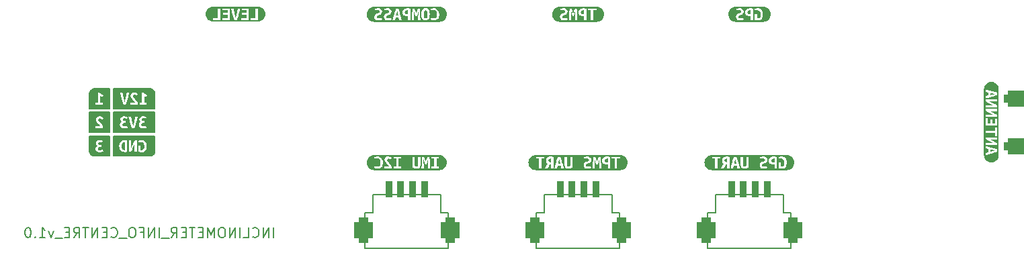
<source format=gbo>
%TF.GenerationSoftware,KiCad,Pcbnew,7.0.5-0*%
%TF.CreationDate,2023-09-25T22:43:47+01:00*%
%TF.ProjectId,INCLINOMETER_BOARD,494e434c-494e-44f4-9d45-5445525f424f,rev?*%
%TF.SameCoordinates,Original*%
%TF.FileFunction,Legend,Bot*%
%TF.FilePolarity,Positive*%
%FSLAX46Y46*%
G04 Gerber Fmt 4.6, Leading zero omitted, Abs format (unit mm)*
G04 Created by KiCad (PCBNEW 7.0.5-0) date 2023-09-25 22:43:47*
%MOMM*%
%LPD*%
G01*
G04 APERTURE LIST*
G04 Aperture macros list*
%AMRoundRect*
0 Rectangle with rounded corners*
0 $1 Rounding radius*
0 $2 $3 $4 $5 $6 $7 $8 $9 X,Y pos of 4 corners*
0 Add a 4 corners polygon primitive as box body*
4,1,4,$2,$3,$4,$5,$6,$7,$8,$9,$2,$3,0*
0 Add four circle primitives for the rounded corners*
1,1,$1+$1,$2,$3*
1,1,$1+$1,$4,$5*
1,1,$1+$1,$6,$7*
1,1,$1+$1,$8,$9*
0 Add four rect primitives between the rounded corners*
20,1,$1+$1,$2,$3,$4,$5,0*
20,1,$1+$1,$4,$5,$6,$7,0*
20,1,$1+$1,$6,$7,$8,$9,0*
20,1,$1+$1,$8,$9,$2,$3,0*%
G04 Aperture macros list end*
%ADD10C,0.203200*%
%ADD11C,0.800000*%
%ADD12C,6.400000*%
%ADD13C,2.100000*%
%ADD14RoundRect,0.525000X-1.375000X0.525000X-1.375000X-0.525000X1.375000X-0.525000X1.375000X0.525000X0*%
%ADD15RoundRect,0.525000X-2.075000X0.525000X-2.075000X-0.525000X2.075000X-0.525000X2.075000X0.525000X0*%
%ADD16C,3.000000*%
%ADD17C,1.800000*%
%ADD18RoundRect,0.600000X-0.600000X-1.000000X0.600000X-1.000000X0.600000X1.000000X-0.600000X1.000000X0*%
%ADD19RoundRect,0.450000X0.000000X-1.050000X0.000000X-1.050000X0.000000X1.050000X0.000000X1.050000X0*%
G04 APERTURE END LIST*
D10*
X117233095Y-100271959D02*
X117233095Y-99001959D01*
X116628333Y-100271959D02*
X116628333Y-99001959D01*
X116628333Y-99001959D02*
X115902618Y-100271959D01*
X115902618Y-100271959D02*
X115902618Y-99001959D01*
X114572142Y-100151006D02*
X114632618Y-100211483D01*
X114632618Y-100211483D02*
X114814047Y-100271959D01*
X114814047Y-100271959D02*
X114934999Y-100271959D01*
X114934999Y-100271959D02*
X115116428Y-100211483D01*
X115116428Y-100211483D02*
X115237380Y-100090530D01*
X115237380Y-100090530D02*
X115297857Y-99969578D01*
X115297857Y-99969578D02*
X115358333Y-99727673D01*
X115358333Y-99727673D02*
X115358333Y-99546244D01*
X115358333Y-99546244D02*
X115297857Y-99304340D01*
X115297857Y-99304340D02*
X115237380Y-99183387D01*
X115237380Y-99183387D02*
X115116428Y-99062435D01*
X115116428Y-99062435D02*
X114934999Y-99001959D01*
X114934999Y-99001959D02*
X114814047Y-99001959D01*
X114814047Y-99001959D02*
X114632618Y-99062435D01*
X114632618Y-99062435D02*
X114572142Y-99122911D01*
X113423095Y-100271959D02*
X114027857Y-100271959D01*
X114027857Y-100271959D02*
X114027857Y-99001959D01*
X112999762Y-100271959D02*
X112999762Y-99001959D01*
X112395000Y-100271959D02*
X112395000Y-99001959D01*
X112395000Y-99001959D02*
X111669285Y-100271959D01*
X111669285Y-100271959D02*
X111669285Y-99001959D01*
X110822619Y-99001959D02*
X110580714Y-99001959D01*
X110580714Y-99001959D02*
X110459762Y-99062435D01*
X110459762Y-99062435D02*
X110338809Y-99183387D01*
X110338809Y-99183387D02*
X110278333Y-99425292D01*
X110278333Y-99425292D02*
X110278333Y-99848625D01*
X110278333Y-99848625D02*
X110338809Y-100090530D01*
X110338809Y-100090530D02*
X110459762Y-100211483D01*
X110459762Y-100211483D02*
X110580714Y-100271959D01*
X110580714Y-100271959D02*
X110822619Y-100271959D01*
X110822619Y-100271959D02*
X110943571Y-100211483D01*
X110943571Y-100211483D02*
X111064524Y-100090530D01*
X111064524Y-100090530D02*
X111125000Y-99848625D01*
X111125000Y-99848625D02*
X111125000Y-99425292D01*
X111125000Y-99425292D02*
X111064524Y-99183387D01*
X111064524Y-99183387D02*
X110943571Y-99062435D01*
X110943571Y-99062435D02*
X110822619Y-99001959D01*
X109734048Y-100271959D02*
X109734048Y-99001959D01*
X109734048Y-99001959D02*
X109310714Y-99909102D01*
X109310714Y-99909102D02*
X108887381Y-99001959D01*
X108887381Y-99001959D02*
X108887381Y-100271959D01*
X108282619Y-99606721D02*
X107859285Y-99606721D01*
X107677857Y-100271959D02*
X108282619Y-100271959D01*
X108282619Y-100271959D02*
X108282619Y-99001959D01*
X108282619Y-99001959D02*
X107677857Y-99001959D01*
X107314999Y-99001959D02*
X106589285Y-99001959D01*
X106952142Y-100271959D02*
X106952142Y-99001959D01*
X106165952Y-99606721D02*
X105742618Y-99606721D01*
X105561190Y-100271959D02*
X106165952Y-100271959D01*
X106165952Y-100271959D02*
X106165952Y-99001959D01*
X106165952Y-99001959D02*
X105561190Y-99001959D01*
X104291189Y-100271959D02*
X104714523Y-99667197D01*
X105016904Y-100271959D02*
X105016904Y-99001959D01*
X105016904Y-99001959D02*
X104533094Y-99001959D01*
X104533094Y-99001959D02*
X104412142Y-99062435D01*
X104412142Y-99062435D02*
X104351665Y-99122911D01*
X104351665Y-99122911D02*
X104291189Y-99243863D01*
X104291189Y-99243863D02*
X104291189Y-99425292D01*
X104291189Y-99425292D02*
X104351665Y-99546244D01*
X104351665Y-99546244D02*
X104412142Y-99606721D01*
X104412142Y-99606721D02*
X104533094Y-99667197D01*
X104533094Y-99667197D02*
X105016904Y-99667197D01*
X104049285Y-100392911D02*
X103081665Y-100392911D01*
X102779285Y-100271959D02*
X102779285Y-99001959D01*
X102174523Y-100271959D02*
X102174523Y-99001959D01*
X102174523Y-99001959D02*
X101448808Y-100271959D01*
X101448808Y-100271959D02*
X101448808Y-99001959D01*
X100420713Y-99606721D02*
X100844047Y-99606721D01*
X100844047Y-100271959D02*
X100844047Y-99001959D01*
X100844047Y-99001959D02*
X100239285Y-99001959D01*
X99513571Y-99001959D02*
X99271666Y-99001959D01*
X99271666Y-99001959D02*
X99150714Y-99062435D01*
X99150714Y-99062435D02*
X99029761Y-99183387D01*
X99029761Y-99183387D02*
X98969285Y-99425292D01*
X98969285Y-99425292D02*
X98969285Y-99848625D01*
X98969285Y-99848625D02*
X99029761Y-100090530D01*
X99029761Y-100090530D02*
X99150714Y-100211483D01*
X99150714Y-100211483D02*
X99271666Y-100271959D01*
X99271666Y-100271959D02*
X99513571Y-100271959D01*
X99513571Y-100271959D02*
X99634523Y-100211483D01*
X99634523Y-100211483D02*
X99755476Y-100090530D01*
X99755476Y-100090530D02*
X99815952Y-99848625D01*
X99815952Y-99848625D02*
X99815952Y-99425292D01*
X99815952Y-99425292D02*
X99755476Y-99183387D01*
X99755476Y-99183387D02*
X99634523Y-99062435D01*
X99634523Y-99062435D02*
X99513571Y-99001959D01*
X98727381Y-100392911D02*
X97759761Y-100392911D01*
X96731666Y-100151006D02*
X96792142Y-100211483D01*
X96792142Y-100211483D02*
X96973571Y-100271959D01*
X96973571Y-100271959D02*
X97094523Y-100271959D01*
X97094523Y-100271959D02*
X97275952Y-100211483D01*
X97275952Y-100211483D02*
X97396904Y-100090530D01*
X97396904Y-100090530D02*
X97457381Y-99969578D01*
X97457381Y-99969578D02*
X97517857Y-99727673D01*
X97517857Y-99727673D02*
X97517857Y-99546244D01*
X97517857Y-99546244D02*
X97457381Y-99304340D01*
X97457381Y-99304340D02*
X97396904Y-99183387D01*
X97396904Y-99183387D02*
X97275952Y-99062435D01*
X97275952Y-99062435D02*
X97094523Y-99001959D01*
X97094523Y-99001959D02*
X96973571Y-99001959D01*
X96973571Y-99001959D02*
X96792142Y-99062435D01*
X96792142Y-99062435D02*
X96731666Y-99122911D01*
X96187381Y-99606721D02*
X95764047Y-99606721D01*
X95582619Y-100271959D02*
X96187381Y-100271959D01*
X96187381Y-100271959D02*
X96187381Y-99001959D01*
X96187381Y-99001959D02*
X95582619Y-99001959D01*
X95038333Y-100271959D02*
X95038333Y-99001959D01*
X95038333Y-99001959D02*
X94312618Y-100271959D01*
X94312618Y-100271959D02*
X94312618Y-99001959D01*
X93889285Y-99001959D02*
X93163571Y-99001959D01*
X93526428Y-100271959D02*
X93526428Y-99001959D01*
X92014523Y-100271959D02*
X92437857Y-99667197D01*
X92740238Y-100271959D02*
X92740238Y-99001959D01*
X92740238Y-99001959D02*
X92256428Y-99001959D01*
X92256428Y-99001959D02*
X92135476Y-99062435D01*
X92135476Y-99062435D02*
X92074999Y-99122911D01*
X92074999Y-99122911D02*
X92014523Y-99243863D01*
X92014523Y-99243863D02*
X92014523Y-99425292D01*
X92014523Y-99425292D02*
X92074999Y-99546244D01*
X92074999Y-99546244D02*
X92135476Y-99606721D01*
X92135476Y-99606721D02*
X92256428Y-99667197D01*
X92256428Y-99667197D02*
X92740238Y-99667197D01*
X91470238Y-99606721D02*
X91046904Y-99606721D01*
X90865476Y-100271959D02*
X91470238Y-100271959D01*
X91470238Y-100271959D02*
X91470238Y-99001959D01*
X91470238Y-99001959D02*
X90865476Y-99001959D01*
X90623571Y-100392911D02*
X89655951Y-100392911D01*
X89474523Y-99425292D02*
X89172142Y-100271959D01*
X89172142Y-100271959D02*
X88869761Y-99425292D01*
X87720713Y-100271959D02*
X88446428Y-100271959D01*
X88083571Y-100271959D02*
X88083571Y-99001959D01*
X88083571Y-99001959D02*
X88204523Y-99183387D01*
X88204523Y-99183387D02*
X88325475Y-99304340D01*
X88325475Y-99304340D02*
X88446428Y-99364816D01*
X87176428Y-100151006D02*
X87115951Y-100211483D01*
X87115951Y-100211483D02*
X87176428Y-100271959D01*
X87176428Y-100271959D02*
X87236904Y-100211483D01*
X87236904Y-100211483D02*
X87176428Y-100151006D01*
X87176428Y-100151006D02*
X87176428Y-100271959D01*
X86329761Y-99001959D02*
X86208808Y-99001959D01*
X86208808Y-99001959D02*
X86087856Y-99062435D01*
X86087856Y-99062435D02*
X86027380Y-99122911D01*
X86027380Y-99122911D02*
X85966904Y-99243863D01*
X85966904Y-99243863D02*
X85906427Y-99485768D01*
X85906427Y-99485768D02*
X85906427Y-99788149D01*
X85906427Y-99788149D02*
X85966904Y-100030054D01*
X85966904Y-100030054D02*
X86027380Y-100151006D01*
X86027380Y-100151006D02*
X86087856Y-100211483D01*
X86087856Y-100211483D02*
X86208808Y-100271959D01*
X86208808Y-100271959D02*
X86329761Y-100271959D01*
X86329761Y-100271959D02*
X86450713Y-100211483D01*
X86450713Y-100211483D02*
X86511189Y-100151006D01*
X86511189Y-100151006D02*
X86571666Y-100030054D01*
X86571666Y-100030054D02*
X86632142Y-99788149D01*
X86632142Y-99788149D02*
X86632142Y-99485768D01*
X86632142Y-99485768D02*
X86571666Y-99243863D01*
X86571666Y-99243863D02*
X86511189Y-99122911D01*
X86511189Y-99122911D02*
X86450713Y-99062435D01*
X86450713Y-99062435D02*
X86329761Y-99001959D01*
X95690001Y-87725000D02*
X94250001Y-87725000D01*
X94250001Y-89725000D01*
X95690001Y-89725000D01*
X95690001Y-89975000D01*
X94635001Y-89975000D01*
X94551727Y-89972527D01*
X94390855Y-89929422D01*
X94246620Y-89846148D01*
X94128853Y-89728381D01*
X94045579Y-89584146D01*
X94002474Y-89423274D01*
X94000001Y-89340000D01*
X94000001Y-87475000D01*
X95690001Y-87475000D01*
X95690001Y-87725000D01*
G36*
X95690001Y-87725000D02*
G01*
X94250001Y-87725000D01*
X94250001Y-89725000D01*
X95690001Y-89725000D01*
X95690001Y-89975000D01*
X94635001Y-89975000D01*
X94551727Y-89972527D01*
X94390855Y-89929422D01*
X94246620Y-89846148D01*
X94128853Y-89728381D01*
X94045579Y-89584146D01*
X94002474Y-89423274D01*
X94000001Y-89340000D01*
X94000001Y-87475000D01*
X95690001Y-87475000D01*
X95690001Y-87725000D01*
G37*
X98250000Y-87725000D02*
X97250000Y-87725000D01*
X97250000Y-89725000D01*
X98250000Y-89725000D01*
X98250000Y-89975000D01*
X97000000Y-89975000D01*
X97000000Y-87475000D01*
X98250000Y-87475000D01*
X98250000Y-87725000D01*
G36*
X98250000Y-87725000D02*
G01*
X97250000Y-87725000D01*
X97250000Y-89725000D01*
X98250000Y-89725000D01*
X98250000Y-89975000D01*
X97000000Y-89975000D01*
X97000000Y-87475000D01*
X98250000Y-87475000D01*
X98250000Y-87725000D01*
G37*
X96500000Y-89975000D02*
X95250000Y-89975000D01*
X95250000Y-89725000D01*
X96250000Y-89725000D01*
X96250000Y-87725000D01*
X95250000Y-87725000D01*
X95250000Y-87475000D01*
X96500000Y-87475000D01*
X96500000Y-89975000D01*
G36*
X96500000Y-89975000D02*
G01*
X95250000Y-89975000D01*
X95250000Y-89725000D01*
X96250000Y-89725000D01*
X96250000Y-87725000D01*
X95250000Y-87725000D01*
X95250000Y-87475000D01*
X96500000Y-87475000D01*
X96500000Y-89975000D01*
G37*
X95690001Y-81725000D02*
X94250001Y-81725000D01*
X94250001Y-83725000D01*
X95690001Y-83725000D01*
X95690001Y-83975000D01*
X94000001Y-83975000D01*
X94000001Y-82110000D01*
X94002474Y-82026726D01*
X94045579Y-81865854D01*
X94128853Y-81721619D01*
X94246620Y-81603852D01*
X94390855Y-81520578D01*
X94551727Y-81477473D01*
X94635001Y-81475000D01*
X95690001Y-81475000D01*
X95690001Y-81725000D01*
G36*
X95690001Y-81725000D02*
G01*
X94250001Y-81725000D01*
X94250001Y-83725000D01*
X95690001Y-83725000D01*
X95690001Y-83975000D01*
X94000001Y-83975000D01*
X94000001Y-82110000D01*
X94002474Y-82026726D01*
X94045579Y-81865854D01*
X94128853Y-81721619D01*
X94246620Y-81603852D01*
X94390855Y-81520578D01*
X94551727Y-81477473D01*
X94635001Y-81475000D01*
X95690001Y-81475000D01*
X95690001Y-81725000D01*
G37*
X102226000Y-86975000D02*
X97996000Y-86975000D01*
X97996000Y-86725000D01*
X101468000Y-86725000D01*
X101468000Y-84725000D01*
X97996000Y-84725000D01*
X97996000Y-84475000D01*
X102226000Y-84475000D01*
X102226000Y-86975000D01*
G36*
X102226000Y-86975000D02*
G01*
X97996000Y-86975000D01*
X97996000Y-86725000D01*
X101468000Y-86725000D01*
X101468000Y-84725000D01*
X97996000Y-84725000D01*
X97996000Y-84475000D01*
X102226000Y-84475000D01*
X102226000Y-86975000D01*
G37*
X98250000Y-81725000D02*
X97250000Y-81725000D01*
X97250000Y-83725000D01*
X98250000Y-83725000D01*
X98250000Y-83975000D01*
X97000000Y-83975000D01*
X97000000Y-81475000D01*
X98250000Y-81475000D01*
X98250000Y-81725000D01*
G36*
X98250000Y-81725000D02*
G01*
X97250000Y-81725000D01*
X97250000Y-83725000D01*
X98250000Y-83725000D01*
X98250000Y-83975000D01*
X97000000Y-83975000D01*
X97000000Y-81475000D01*
X98250000Y-81475000D01*
X98250000Y-81725000D01*
G37*
X95250000Y-84725000D02*
X94250000Y-84725000D01*
X94250000Y-86725000D01*
X95250000Y-86725000D01*
X95250000Y-86975000D01*
X94000000Y-86975000D01*
X94000000Y-84475000D01*
X95250000Y-84475000D01*
X95250000Y-84725000D01*
G36*
X95250000Y-84725000D02*
G01*
X94250000Y-84725000D01*
X94250000Y-86725000D01*
X95250000Y-86725000D01*
X95250000Y-86975000D01*
X94000000Y-86975000D01*
X94000000Y-84475000D01*
X95250000Y-84475000D01*
X95250000Y-84725000D01*
G37*
X98250000Y-84725000D02*
X97250000Y-84725000D01*
X97250000Y-86725000D01*
X98250000Y-86725000D01*
X98250000Y-86975000D01*
X97000000Y-86975000D01*
X97000000Y-84475000D01*
X98250000Y-84475000D01*
X98250000Y-84725000D01*
G36*
X98250000Y-84725000D02*
G01*
X97250000Y-84725000D01*
X97250000Y-86725000D01*
X98250000Y-86725000D01*
X98250000Y-86975000D01*
X97000000Y-86975000D01*
X97000000Y-84475000D01*
X98250000Y-84475000D01*
X98250000Y-84725000D01*
G37*
X96500000Y-86975000D02*
X95250000Y-86975000D01*
X95250000Y-86725000D01*
X96250000Y-86725000D01*
X96250000Y-84725000D01*
X95250000Y-84725000D01*
X95250000Y-84475000D01*
X96500000Y-84475000D01*
X96500000Y-86975000D01*
G36*
X96500000Y-86975000D02*
G01*
X95250000Y-86975000D01*
X95250000Y-86725000D01*
X96250000Y-86725000D01*
X96250000Y-84725000D01*
X95250000Y-84725000D01*
X95250000Y-84475000D01*
X96500000Y-84475000D01*
X96500000Y-86975000D01*
G37*
X102226000Y-89340000D02*
X102223527Y-89423274D01*
X102180422Y-89584146D01*
X102097148Y-89728381D01*
X101979381Y-89846148D01*
X101835146Y-89929422D01*
X101674274Y-89972527D01*
X101591000Y-89975000D01*
X97996000Y-89975000D01*
X97996000Y-89725000D01*
X101468000Y-89725000D01*
X101468000Y-87725000D01*
X97996000Y-87725000D01*
X97996000Y-87475000D01*
X102226000Y-87475000D01*
X102226000Y-89340000D01*
G36*
X102226000Y-89340000D02*
G01*
X102223527Y-89423274D01*
X102180422Y-89584146D01*
X102097148Y-89728381D01*
X101979381Y-89846148D01*
X101835146Y-89929422D01*
X101674274Y-89972527D01*
X101591000Y-89975000D01*
X97996000Y-89975000D01*
X97996000Y-89725000D01*
X101468000Y-89725000D01*
X101468000Y-87725000D01*
X97996000Y-87725000D01*
X97996000Y-87475000D01*
X102226000Y-87475000D01*
X102226000Y-89340000D01*
G37*
X96500000Y-83975000D02*
X95250000Y-83975000D01*
X95250000Y-83725000D01*
X96250000Y-83725000D01*
X96250000Y-81725000D01*
X95250000Y-81725000D01*
X95250000Y-81475000D01*
X96500000Y-81475000D01*
X96500000Y-83975000D01*
G36*
X96500000Y-83975000D02*
G01*
X95250000Y-83975000D01*
X95250000Y-83725000D01*
X96250000Y-83725000D01*
X96250000Y-81725000D01*
X95250000Y-81725000D01*
X95250000Y-81475000D01*
X96500000Y-81475000D01*
X96500000Y-83975000D01*
G37*
X101674274Y-81477473D02*
X101835146Y-81520578D01*
X101979381Y-81603852D01*
X102097148Y-81721619D01*
X102180422Y-81865854D01*
X102223527Y-82026726D01*
X102226000Y-82110000D01*
X102226000Y-83975000D01*
X97996000Y-83975000D01*
X97996000Y-83725000D01*
X101595000Y-83725000D01*
X101595000Y-81725000D01*
X97996000Y-81725000D01*
X97996000Y-81475000D01*
X101591000Y-81475000D01*
X101674274Y-81477473D01*
G36*
X101674274Y-81477473D02*
G01*
X101835146Y-81520578D01*
X101979381Y-81603852D01*
X102097148Y-81721619D01*
X102180422Y-81865854D01*
X102223527Y-82026726D01*
X102226000Y-82110000D01*
X102226000Y-83975000D01*
X97996000Y-83975000D01*
X97996000Y-83725000D01*
X101595000Y-83725000D01*
X101595000Y-81725000D01*
X97996000Y-81725000D01*
X97996000Y-81475000D01*
X101591000Y-81475000D01*
X101674274Y-81477473D01*
G37*
%TO.C,kibuzzard-64DFFC28*%
G36*
X96235441Y-83660434D02*
G01*
X95739347Y-83660434D01*
X94760653Y-83660434D01*
X94264559Y-83660434D01*
X94264559Y-83461997D01*
X94760653Y-83461997D01*
X95656003Y-83461997D01*
X95656003Y-83219109D01*
X95346441Y-83219109D01*
X95346441Y-82395197D01*
X95498841Y-82479731D01*
X95644097Y-82538072D01*
X95739347Y-82295184D01*
X95615522Y-82240416D01*
X95482172Y-82166597D01*
X95355966Y-82080872D01*
X95253572Y-81988003D01*
X95053547Y-81988003D01*
X95053547Y-83219109D01*
X94760653Y-83219109D01*
X94760653Y-83461997D01*
X94264559Y-83461997D01*
X94264559Y-81789566D01*
X94760653Y-81789566D01*
X95739347Y-81789566D01*
X96235441Y-81789566D01*
X96235441Y-83660434D01*
G37*
%TO.C,J8*%
X182415000Y-101600000D02*
X182415000Y-97100000D01*
X181415000Y-97100000D02*
X182415000Y-97100000D01*
X181415000Y-94850000D02*
X181415000Y-97100000D01*
X181415000Y-94850000D02*
X172915000Y-94850000D01*
X177165000Y-101600000D02*
X182415000Y-101600000D01*
X177165000Y-101600000D02*
X171915000Y-101600000D01*
X172915000Y-97100000D02*
X171915000Y-97100000D01*
X172915000Y-94850000D02*
X172915000Y-97100000D01*
X171915000Y-101600000D02*
X171915000Y-97100000D01*
%TO.C,kibuzzard-64EF6BB1*%
G36*
X156253656Y-71598509D02*
G01*
X156326284Y-71604463D01*
X156326284Y-72080713D01*
X156207222Y-72080713D01*
X156083992Y-72066723D01*
X155995291Y-72024753D01*
X155941712Y-71948851D01*
X155923853Y-71833063D01*
X155941415Y-71723227D01*
X155994100Y-71650897D01*
X156075955Y-71610713D01*
X156181028Y-71597319D01*
X156253656Y-71598509D01*
G37*
G36*
X158067824Y-71146011D02*
G01*
X158249335Y-71201071D01*
X158416617Y-71290486D01*
X158563241Y-71410817D01*
X158683572Y-71557441D01*
X158772986Y-71724723D01*
X158828047Y-71906234D01*
X158846639Y-72095000D01*
X158828047Y-72283766D01*
X158772986Y-72465277D01*
X158683572Y-72632559D01*
X158563241Y-72779183D01*
X158416617Y-72899514D01*
X158249335Y-72988929D01*
X158067824Y-73043989D01*
X157879058Y-73062581D01*
X157878859Y-73062581D01*
X157195441Y-73062581D01*
X156326284Y-73062581D01*
X154421284Y-73062581D01*
X153814066Y-73062581D01*
X153271141Y-73062581D01*
X153270942Y-73062581D01*
X153082176Y-73043989D01*
X152900665Y-72988929D01*
X152733383Y-72899514D01*
X152586759Y-72779183D01*
X152466428Y-72632559D01*
X152377014Y-72465277D01*
X152366542Y-72430756D01*
X153271141Y-72430756D01*
X153304776Y-72614410D01*
X153405681Y-72751034D01*
X153510853Y-72813873D01*
X153646981Y-72851576D01*
X153814066Y-72864144D01*
X153978967Y-72854321D01*
X154070757Y-72833188D01*
X154421284Y-72833188D01*
X154690366Y-72833188D01*
X154676078Y-71687806D01*
X154857053Y-72311694D01*
X155071366Y-72311694D01*
X155245197Y-71687806D01*
X155233291Y-72833188D01*
X155502372Y-72833188D01*
X155494930Y-72648641D01*
X155486894Y-72456950D01*
X155478262Y-72262283D01*
X155469034Y-72068806D01*
X155458616Y-71878902D01*
X155455733Y-71835444D01*
X155623816Y-71835444D01*
X155641146Y-71995384D01*
X155693136Y-72122781D01*
X155779787Y-72217634D01*
X155898189Y-72283119D01*
X156045429Y-72322409D01*
X156221509Y-72335506D01*
X156326284Y-72335506D01*
X156326284Y-72833188D01*
X156619178Y-72833188D01*
X156619178Y-71378244D01*
X156522737Y-71361575D01*
X156498663Y-71359194D01*
X156807297Y-71359194D01*
X156807297Y-71602081D01*
X157195441Y-71602081D01*
X157195441Y-72833188D01*
X157490716Y-72833188D01*
X157490716Y-71602081D01*
X157878859Y-71602081D01*
X157878859Y-71359194D01*
X156807297Y-71359194D01*
X156498663Y-71359194D01*
X156414391Y-71350859D01*
X156307234Y-71344906D01*
X156214366Y-71342525D01*
X156041064Y-71355357D01*
X155895807Y-71393854D01*
X155778597Y-71458016D01*
X155692607Y-71551281D01*
X155641014Y-71677091D01*
X155623816Y-71835444D01*
X155455733Y-71835444D01*
X155446413Y-71694950D01*
X155432423Y-71520523D01*
X155416647Y-71359194D01*
X155173759Y-71359194D01*
X155132088Y-71487781D01*
X155078509Y-71656850D01*
X155021359Y-71840206D01*
X154966591Y-72011656D01*
X154907059Y-71829491D01*
X154847528Y-71648516D01*
X154795141Y-71485400D01*
X154752278Y-71359194D01*
X154509391Y-71359194D01*
X154493020Y-71549694D01*
X154477244Y-71735431D01*
X154462956Y-71917895D01*
X154451050Y-72098572D01*
X154441227Y-72278952D01*
X154433191Y-72460522D01*
X154426642Y-72644771D01*
X154421284Y-72833188D01*
X154070757Y-72833188D01*
X154106959Y-72824853D01*
X154271266Y-72752225D01*
X154185541Y-72514100D01*
X154031950Y-72585538D01*
X153932830Y-72610541D01*
X153814066Y-72618875D01*
X153691431Y-72603397D01*
X153614041Y-72560534D01*
X153574750Y-72498622D01*
X153564034Y-72428375D01*
X153590228Y-72347413D01*
X153656903Y-72284309D01*
X153747391Y-72234303D01*
X153847403Y-72192631D01*
X153985516Y-72137863D01*
X154115294Y-72059281D01*
X154211734Y-71941409D01*
X154249834Y-71766388D01*
X154216199Y-71581841D01*
X154115294Y-71442538D01*
X154014355Y-71377715D01*
X153890927Y-71338821D01*
X153745009Y-71325856D01*
X153617910Y-71333595D01*
X153508075Y-71356813D01*
X153337816Y-71425869D01*
X153423541Y-71652088D01*
X153555700Y-71594938D01*
X153723578Y-71571125D01*
X153853224Y-71589910D01*
X153931011Y-71646267D01*
X153956941Y-71740194D01*
X153933128Y-71815203D01*
X153872406Y-71872353D01*
X153789062Y-71916406D01*
X153697384Y-71952125D01*
X153553319Y-72010466D01*
X153415206Y-72096191D01*
X153311622Y-72229541D01*
X153281261Y-72319730D01*
X153271141Y-72430756D01*
X152366542Y-72430756D01*
X152321953Y-72283766D01*
X152303361Y-72095000D01*
X152321953Y-71906234D01*
X152377014Y-71724723D01*
X152466428Y-71557441D01*
X152586759Y-71410817D01*
X152733383Y-71290486D01*
X152900665Y-71201071D01*
X153082176Y-71146011D01*
X153270942Y-71127419D01*
X153271141Y-71127419D01*
X157878859Y-71127419D01*
X157879058Y-71127419D01*
X158067824Y-71146011D01*
G37*
%TO.C,kibuzzard-64EFA0F6*%
G36*
X115422096Y-71177540D02*
G01*
X115597577Y-71230771D01*
X115759301Y-71317215D01*
X115901054Y-71433548D01*
X116017387Y-71575301D01*
X116103830Y-71737025D01*
X116157062Y-71912506D01*
X116175036Y-72095000D01*
X116157062Y-72277494D01*
X116103830Y-72452975D01*
X116017387Y-72614699D01*
X115901054Y-72756452D01*
X115759301Y-72872785D01*
X115597577Y-72959229D01*
X115422096Y-73012460D01*
X115239602Y-73030434D01*
X115239403Y-73030434D01*
X114313097Y-73030434D01*
X114067828Y-73030434D01*
X112584309Y-73030434D01*
X111686578Y-73030434D01*
X109550597Y-73030434D01*
X109550398Y-73030434D01*
X109367904Y-73012460D01*
X109192423Y-72959229D01*
X109030699Y-72872785D01*
X108980998Y-72831997D01*
X109550597Y-72831997D01*
X110476903Y-72831997D01*
X110741222Y-72831997D01*
X111686578Y-72831997D01*
X111686578Y-71358003D01*
X111865172Y-71358003D01*
X111897021Y-71509213D01*
X111935419Y-71677091D01*
X111980067Y-71857768D01*
X112030669Y-72047375D01*
X112067578Y-72177550D01*
X112106869Y-72309313D01*
X112148541Y-72442663D01*
X112191932Y-72575351D01*
X112236382Y-72705129D01*
X112281891Y-72831997D01*
X112584309Y-72831997D01*
X113122472Y-72831997D01*
X114067828Y-72831997D01*
X114313097Y-72831997D01*
X115239403Y-72831997D01*
X115239403Y-71358003D01*
X114944128Y-71358003D01*
X114944128Y-72589109D01*
X114313097Y-72589109D01*
X114313097Y-72831997D01*
X114067828Y-72831997D01*
X114067828Y-71358003D01*
X113174859Y-71358003D01*
X113174859Y-71600891D01*
X113774934Y-71600891D01*
X113774934Y-71931884D01*
X113253441Y-71931884D01*
X113253441Y-72174772D01*
X113774934Y-72174772D01*
X113774934Y-72589109D01*
X113122472Y-72589109D01*
X113122472Y-72831997D01*
X112584309Y-72831997D01*
X112643245Y-72656975D01*
X112705753Y-72460522D01*
X112747822Y-72322542D01*
X112788303Y-72184826D01*
X112827197Y-72047375D01*
X112863974Y-71912570D01*
X112898105Y-71782792D01*
X112929591Y-71658041D01*
X112968881Y-71491353D01*
X112996266Y-71358003D01*
X112686703Y-71358003D01*
X112668844Y-71481530D01*
X112643841Y-71623513D01*
X112613777Y-71777103D01*
X112580737Y-71935456D01*
X112545019Y-72095000D01*
X112506919Y-72252162D01*
X112467926Y-72400098D01*
X112429528Y-72531959D01*
X112391428Y-72401884D01*
X112353328Y-72254544D01*
X112316419Y-72097381D01*
X112281891Y-71937838D01*
X112249744Y-71779187D01*
X112219978Y-71624703D01*
X112193784Y-71481828D01*
X112172353Y-71358003D01*
X111865172Y-71358003D01*
X111686578Y-71358003D01*
X110793609Y-71358003D01*
X110793609Y-71600891D01*
X111393684Y-71600891D01*
X111393684Y-71931884D01*
X110872191Y-71931884D01*
X110872191Y-72174772D01*
X111393684Y-72174772D01*
X111393684Y-72589109D01*
X110741222Y-72589109D01*
X110741222Y-72831997D01*
X110476903Y-72831997D01*
X110476903Y-71358003D01*
X110181628Y-71358003D01*
X110181628Y-72589109D01*
X109550597Y-72589109D01*
X109550597Y-72831997D01*
X108980998Y-72831997D01*
X108888946Y-72756452D01*
X108772613Y-72614699D01*
X108686170Y-72452975D01*
X108632938Y-72277494D01*
X108614964Y-72095000D01*
X108632938Y-71912506D01*
X108686170Y-71737025D01*
X108772613Y-71575301D01*
X108888946Y-71433548D01*
X109030699Y-71317215D01*
X109192423Y-71230771D01*
X109367904Y-71177540D01*
X109550398Y-71159566D01*
X109550597Y-71159566D01*
X115239403Y-71159566D01*
X115239602Y-71159566D01*
X115422096Y-71177540D01*
G37*
%TO.C,kibuzzard-64EF9D48*%
G36*
X101499221Y-83677103D02*
G01*
X101300783Y-83677103D01*
X100322089Y-83677103D01*
X99124321Y-83677103D01*
X98590921Y-83677103D01*
X97499217Y-83677103D01*
X97300779Y-83677103D01*
X97300779Y-82004672D01*
X97871783Y-82004672D01*
X97903632Y-82155881D01*
X97942030Y-82323759D01*
X97986679Y-82504437D01*
X98037280Y-82694044D01*
X98074189Y-82824219D01*
X98113480Y-82955981D01*
X98155152Y-83089331D01*
X98198544Y-83222020D01*
X98242994Y-83351798D01*
X98288502Y-83478666D01*
X98590921Y-83478666D01*
X99124321Y-83478666D01*
X100086346Y-83478666D01*
X100322089Y-83478666D01*
X101217439Y-83478666D01*
X101217439Y-83235778D01*
X100907877Y-83235778D01*
X100907877Y-82411866D01*
X101060277Y-82496400D01*
X101205533Y-82554741D01*
X101300783Y-82311853D01*
X101176958Y-82257084D01*
X101043608Y-82183266D01*
X100917402Y-82097541D01*
X100815008Y-82004672D01*
X100614983Y-82004672D01*
X100614983Y-83235778D01*
X100322089Y-83235778D01*
X100322089Y-83478666D01*
X100086346Y-83478666D01*
X100092299Y-83419134D01*
X100091108Y-83369128D01*
X100080095Y-83254828D01*
X100047055Y-83150053D01*
X99997049Y-83053910D01*
X99935136Y-82965506D01*
X99864889Y-82883948D01*
X99789880Y-82808344D01*
X99714871Y-82737204D01*
X99644624Y-82669041D01*
X99532705Y-82540453D01*
X99488652Y-82414247D01*
X99543421Y-82274944D01*
X99681533Y-82226128D01*
X99826789Y-82259466D01*
X99976808Y-82371384D01*
X100122064Y-82166597D01*
X100019373Y-82079681D01*
X99901799Y-82018959D01*
X99777081Y-81983241D01*
X99652958Y-81971334D01*
X99479127Y-81997528D01*
X99331489Y-82076109D01*
X99229096Y-82208269D01*
X99190996Y-82392816D01*
X99219571Y-82539263D01*
X99295771Y-82676184D01*
X99402927Y-82804772D01*
X99524371Y-82923834D01*
X99595808Y-82991700D01*
X99672008Y-83072663D01*
X99732730Y-83157197D01*
X99757733Y-83235778D01*
X99124321Y-83235778D01*
X99124321Y-83478666D01*
X98590921Y-83478666D01*
X98649857Y-83303644D01*
X98712364Y-83107191D01*
X98754433Y-82969210D01*
X98794914Y-82831495D01*
X98833808Y-82694044D01*
X98870585Y-82559239D01*
X98904717Y-82429460D01*
X98936202Y-82304709D01*
X98975493Y-82138022D01*
X99002877Y-82004672D01*
X98693314Y-82004672D01*
X98675455Y-82128199D01*
X98650452Y-82270181D01*
X98620389Y-82423772D01*
X98587349Y-82582125D01*
X98551630Y-82741669D01*
X98513530Y-82898831D01*
X98474537Y-83046766D01*
X98436139Y-83178628D01*
X98398039Y-83048552D01*
X98359939Y-82901212D01*
X98323030Y-82744050D01*
X98288502Y-82584506D01*
X98256355Y-82425855D01*
X98226589Y-82271372D01*
X98200396Y-82128497D01*
X98178964Y-82004672D01*
X97871783Y-82004672D01*
X97300779Y-82004672D01*
X97300779Y-81772897D01*
X97499217Y-81772897D01*
X101300783Y-81772897D01*
X101499221Y-81772897D01*
X101499221Y-83677103D01*
G37*
%TO.C,J5*%
X139235000Y-101600000D02*
X139235000Y-97100000D01*
X138235000Y-97100000D02*
X139235000Y-97100000D01*
X138235000Y-94850000D02*
X138235000Y-97100000D01*
X138235000Y-94850000D02*
X129735000Y-94850000D01*
X133985000Y-101600000D02*
X139235000Y-101600000D01*
X133985000Y-101600000D02*
X128735000Y-101600000D01*
X129735000Y-97100000D02*
X128735000Y-97100000D01*
X129735000Y-94850000D02*
X129735000Y-97100000D01*
X128735000Y-101600000D02*
X128735000Y-97100000D01*
%TO.C,kibuzzard-64EF6BC1*%
G36*
X177250725Y-71598509D02*
G01*
X177323353Y-71604463D01*
X177323353Y-72080713D01*
X177204291Y-72080713D01*
X177081061Y-72066723D01*
X176992359Y-72024753D01*
X176938781Y-71948851D01*
X176920922Y-71833063D01*
X176938484Y-71723227D01*
X176991169Y-71650897D01*
X177073024Y-71610713D01*
X177178097Y-71597319D01*
X177250725Y-71598509D01*
G37*
G36*
X179060130Y-71146011D02*
G01*
X179241641Y-71201071D01*
X179408923Y-71290486D01*
X179555547Y-71410817D01*
X179675878Y-71557441D01*
X179765293Y-71724723D01*
X179820353Y-71906234D01*
X179838945Y-72095000D01*
X179820353Y-72283766D01*
X179765293Y-72465277D01*
X179675878Y-72632559D01*
X179555547Y-72779183D01*
X179408923Y-72899514D01*
X179241641Y-72988929D01*
X179060130Y-73043989D01*
X178871364Y-73062581D01*
X178871166Y-73062581D01*
X178268709Y-73062581D01*
X177323353Y-73062581D01*
X176001759Y-73062581D01*
X175458834Y-73062581D01*
X175458636Y-73062581D01*
X175269870Y-73043989D01*
X175088359Y-72988928D01*
X174921077Y-72899514D01*
X174774453Y-72779183D01*
X174654122Y-72632559D01*
X174564707Y-72465277D01*
X174554235Y-72430756D01*
X175458834Y-72430756D01*
X175492470Y-72614410D01*
X175593375Y-72751034D01*
X175698547Y-72813873D01*
X175834675Y-72851576D01*
X176001759Y-72864144D01*
X176166661Y-72854321D01*
X176294653Y-72824853D01*
X176458959Y-72752225D01*
X176373234Y-72514100D01*
X176219644Y-72585538D01*
X176120524Y-72610541D01*
X176001759Y-72618875D01*
X175879125Y-72603397D01*
X175801734Y-72560534D01*
X175762444Y-72498622D01*
X175751728Y-72428375D01*
X175777922Y-72347413D01*
X175844597Y-72284309D01*
X175935084Y-72234303D01*
X176035097Y-72192631D01*
X176173209Y-72137863D01*
X176302987Y-72059281D01*
X176399428Y-71941409D01*
X176422495Y-71835444D01*
X176620884Y-71835444D01*
X176638215Y-71995384D01*
X176690205Y-72122781D01*
X176776856Y-72217634D01*
X176895257Y-72283119D01*
X177042498Y-72322409D01*
X177218578Y-72335506D01*
X177323353Y-72335506D01*
X177323353Y-72833188D01*
X177616247Y-72833188D01*
X177616247Y-71433013D01*
X177830559Y-71433013D01*
X177906759Y-71666375D01*
X178035347Y-71606844D01*
X178192509Y-71580650D01*
X178368722Y-71618750D01*
X178486594Y-71724716D01*
X178553269Y-71886641D01*
X178568449Y-71985760D01*
X178573509Y-72095000D01*
X178564249Y-72255734D01*
X178536468Y-72385513D01*
X178490166Y-72484334D01*
X178387177Y-72578096D01*
X178244897Y-72609350D01*
X178187747Y-72606969D01*
X178130597Y-72599825D01*
X178130597Y-72061663D01*
X177837703Y-72061663D01*
X177837703Y-72797469D01*
X178000819Y-72840331D01*
X178123155Y-72858191D01*
X178268709Y-72864144D01*
X178399976Y-72851940D01*
X178517550Y-72815328D01*
X178620241Y-72754606D01*
X178706859Y-72670072D01*
X178776511Y-72561725D01*
X178828303Y-72429566D01*
X178860450Y-72273891D01*
X178871166Y-72095000D01*
X178858664Y-71917895D01*
X178821159Y-71762816D01*
X178762223Y-71630359D01*
X178685428Y-71521119D01*
X178591964Y-71435691D01*
X178483022Y-71374672D01*
X178362173Y-71338060D01*
X178232991Y-71325856D01*
X178079400Y-71338953D01*
X177961528Y-71368719D01*
X177879375Y-71404438D01*
X177830559Y-71433013D01*
X177616247Y-71433013D01*
X177616247Y-71378244D01*
X177519806Y-71361575D01*
X177411459Y-71350859D01*
X177304303Y-71344906D01*
X177211434Y-71342525D01*
X177038132Y-71355357D01*
X176892876Y-71393854D01*
X176775666Y-71458016D01*
X176689676Y-71551281D01*
X176638082Y-71677091D01*
X176620884Y-71835444D01*
X176422495Y-71835444D01*
X176437528Y-71766388D01*
X176403893Y-71581841D01*
X176302987Y-71442538D01*
X176202049Y-71377715D01*
X176078621Y-71338821D01*
X175932703Y-71325856D01*
X175805604Y-71333595D01*
X175695769Y-71356813D01*
X175525509Y-71425869D01*
X175611234Y-71652088D01*
X175743394Y-71594938D01*
X175911272Y-71571125D01*
X176040918Y-71589910D01*
X176118705Y-71646267D01*
X176144634Y-71740194D01*
X176120822Y-71815203D01*
X176060100Y-71872353D01*
X175976756Y-71916406D01*
X175885078Y-71952125D01*
X175741012Y-72010466D01*
X175602900Y-72096191D01*
X175499316Y-72229541D01*
X175468955Y-72319730D01*
X175458834Y-72430756D01*
X174554235Y-72430756D01*
X174509647Y-72283766D01*
X174491055Y-72095000D01*
X174509647Y-71906234D01*
X174564707Y-71724723D01*
X174654122Y-71557441D01*
X174774453Y-71410817D01*
X174921077Y-71290486D01*
X175088359Y-71201072D01*
X175269870Y-71146011D01*
X175458636Y-71127419D01*
X175458834Y-71127419D01*
X178871166Y-71127419D01*
X178871364Y-71127419D01*
X179060130Y-71146011D01*
G37*
%TO.C,kibuzzard-650ECDA2*%
G36*
X138239949Y-89856011D02*
G01*
X138421460Y-89911071D01*
X138588742Y-90000486D01*
X138735366Y-90120817D01*
X138855697Y-90267441D01*
X138945111Y-90434723D01*
X139000172Y-90616234D01*
X139018764Y-90805000D01*
X139000172Y-90993766D01*
X138945111Y-91175277D01*
X138855697Y-91342559D01*
X138735366Y-91489183D01*
X138588742Y-91609514D01*
X138421460Y-91698929D01*
X138239949Y-91753989D01*
X138051183Y-91772581D01*
X138050984Y-91772581D01*
X135853091Y-91772581D01*
X135207772Y-91772581D01*
X133288484Y-91772581D01*
X131126309Y-91772581D01*
X130330972Y-91772581D01*
X129919016Y-91772581D01*
X129918817Y-91772581D01*
X129730051Y-91753989D01*
X129548540Y-91698929D01*
X129381258Y-91609514D01*
X129234634Y-91489183D01*
X129220327Y-91471750D01*
X129919016Y-91471750D01*
X130086894Y-91541997D01*
X130200896Y-91566107D01*
X130330972Y-91574144D01*
X130522530Y-91551919D01*
X130543318Y-91543188D01*
X131126309Y-91543188D01*
X132088334Y-91543188D01*
X132094287Y-91483656D01*
X132093097Y-91433650D01*
X132082084Y-91319350D01*
X132049044Y-91214575D01*
X131999037Y-91118432D01*
X131937125Y-91030028D01*
X131866878Y-90948470D01*
X131791869Y-90872866D01*
X131716859Y-90801726D01*
X131646613Y-90733563D01*
X131534694Y-90604975D01*
X131490641Y-90478769D01*
X131545409Y-90339466D01*
X131683522Y-90290650D01*
X131828778Y-90323988D01*
X131978797Y-90435906D01*
X132124053Y-90231119D01*
X132021362Y-90144203D01*
X131903787Y-90083481D01*
X131853901Y-90069194D01*
X132352653Y-90069194D01*
X132352653Y-90312081D01*
X132671741Y-90312081D01*
X132671741Y-91300300D01*
X132352653Y-91300300D01*
X132352653Y-91543188D01*
X133288484Y-91543188D01*
X133288484Y-91300300D01*
X132967016Y-91300300D01*
X132967016Y-90312081D01*
X133288484Y-90312081D01*
X133288484Y-90069194D01*
X134700566Y-90069194D01*
X134700566Y-91009787D01*
X134706519Y-91132422D01*
X134724378Y-91243150D01*
X134757120Y-91340186D01*
X134807722Y-91421744D01*
X134876778Y-91486930D01*
X134964884Y-91534853D01*
X135074422Y-91564321D01*
X135207772Y-91574144D01*
X135339038Y-91564321D01*
X135416525Y-91543188D01*
X135853091Y-91543188D01*
X136122172Y-91543188D01*
X136107884Y-90397806D01*
X136288859Y-91021694D01*
X136503172Y-91021694D01*
X136677003Y-90397806D01*
X136665097Y-91543188D01*
X136934178Y-91543188D01*
X136926737Y-91358641D01*
X136918700Y-91166950D01*
X136910068Y-90972283D01*
X136900841Y-90778806D01*
X136890423Y-90588902D01*
X136878219Y-90404950D01*
X136864229Y-90230523D01*
X136848453Y-90069194D01*
X137115153Y-90069194D01*
X137115153Y-90312081D01*
X137434241Y-90312081D01*
X137434241Y-91300300D01*
X137115153Y-91300300D01*
X137115153Y-91543188D01*
X138050984Y-91543188D01*
X138050984Y-91300300D01*
X137729516Y-91300300D01*
X137729516Y-90312081D01*
X138050984Y-90312081D01*
X138050984Y-90069194D01*
X137115153Y-90069194D01*
X136848453Y-90069194D01*
X136605566Y-90069194D01*
X136563894Y-90197781D01*
X136510316Y-90366850D01*
X136453166Y-90550206D01*
X136398397Y-90721656D01*
X136338866Y-90539491D01*
X136279334Y-90358516D01*
X136226947Y-90195400D01*
X136184084Y-90069194D01*
X135941197Y-90069194D01*
X135924826Y-90259694D01*
X135909050Y-90445431D01*
X135894762Y-90627895D01*
X135882856Y-90808572D01*
X135873034Y-90988952D01*
X135864997Y-91170522D01*
X135858448Y-91354771D01*
X135853091Y-91543188D01*
X135416525Y-91543188D01*
X135447087Y-91534853D01*
X135600678Y-91421744D01*
X135649494Y-91340186D01*
X135681641Y-91243150D01*
X135699500Y-91132422D01*
X135705453Y-91009787D01*
X135705453Y-90069194D01*
X135410178Y-90069194D01*
X135410178Y-90990737D01*
X135400653Y-91146709D01*
X135368506Y-91247913D01*
X135305403Y-91302681D01*
X135203009Y-91319350D01*
X135100616Y-91302681D01*
X135036322Y-91246722D01*
X135002984Y-91144328D01*
X134993459Y-90988356D01*
X134993459Y-90069194D01*
X134700566Y-90069194D01*
X133288484Y-90069194D01*
X132352653Y-90069194D01*
X131853901Y-90069194D01*
X131779070Y-90047763D01*
X131654947Y-90035856D01*
X131481116Y-90062050D01*
X131333478Y-90140631D01*
X131231084Y-90272791D01*
X131192984Y-90457338D01*
X131221559Y-90603784D01*
X131297759Y-90740706D01*
X131404916Y-90869294D01*
X131526359Y-90988356D01*
X131597797Y-91056222D01*
X131673997Y-91137184D01*
X131734719Y-91221719D01*
X131759722Y-91300300D01*
X131126309Y-91300300D01*
X131126309Y-91543188D01*
X130543318Y-91543188D01*
X130681280Y-91485244D01*
X130807222Y-91374119D01*
X130879106Y-91263539D01*
X130930452Y-91131827D01*
X130961259Y-90978980D01*
X130971528Y-90805000D01*
X130959027Y-90631764D01*
X130921522Y-90478769D01*
X130861693Y-90346907D01*
X130782219Y-90237072D01*
X130684587Y-90150156D01*
X130570287Y-90087053D01*
X130441998Y-90048655D01*
X130302397Y-90035856D01*
X130160713Y-90048953D01*
X130049984Y-90078719D01*
X129970213Y-90114438D01*
X129921397Y-90143013D01*
X129997597Y-90376375D01*
X130129756Y-90315653D01*
X130307159Y-90290650D01*
X130441700Y-90315653D01*
X130558381Y-90398997D01*
X130641725Y-90554969D01*
X130665835Y-90664506D01*
X130673872Y-90797856D01*
X130664215Y-90953034D01*
X130635243Y-91082019D01*
X130586956Y-91184809D01*
X130472359Y-91285715D01*
X130302397Y-91319350D01*
X130113087Y-91293156D01*
X129992834Y-91240769D01*
X129919016Y-91471750D01*
X129220327Y-91471750D01*
X129114303Y-91342559D01*
X129024889Y-91175277D01*
X128969828Y-90993766D01*
X128951236Y-90805000D01*
X128969828Y-90616234D01*
X129024889Y-90434723D01*
X129114303Y-90267441D01*
X129234634Y-90120817D01*
X129381258Y-90000486D01*
X129548540Y-89911071D01*
X129730051Y-89856011D01*
X129918817Y-89837419D01*
X129919016Y-89837419D01*
X138050984Y-89837419D01*
X138051183Y-89837419D01*
X138239949Y-89856011D01*
G37*
%TO.C,kibuzzard-64EFA8FB*%
G36*
X207643809Y-89184956D02*
G01*
X207790256Y-89217103D01*
X207937894Y-89255203D01*
X208096247Y-89299256D01*
X207937894Y-89343309D01*
X207790256Y-89381409D01*
X207643809Y-89414747D01*
X207491409Y-89444513D01*
X207491409Y-89156381D01*
X207643809Y-89184956D01*
G37*
G36*
X207643809Y-82041206D02*
G01*
X207790256Y-82073353D01*
X207937894Y-82111453D01*
X208096247Y-82155506D01*
X207937894Y-82199559D01*
X207790256Y-82237659D01*
X207643809Y-82270997D01*
X207491409Y-82300763D01*
X207491409Y-82012631D01*
X207643809Y-82041206D01*
G37*
G36*
X207827494Y-80661585D02*
G01*
X208002975Y-80714817D01*
X208164699Y-80801260D01*
X208306452Y-80917593D01*
X208422785Y-81059346D01*
X208509229Y-81221070D01*
X208562460Y-81396551D01*
X208580434Y-81579045D01*
X208580434Y-81579244D01*
X208580434Y-89870756D01*
X208580434Y-89870955D01*
X208562460Y-90053449D01*
X208509229Y-90228930D01*
X208422785Y-90390654D01*
X208306452Y-90532407D01*
X208164699Y-90648740D01*
X208002975Y-90735183D01*
X207827494Y-90788415D01*
X207645000Y-90806389D01*
X207462506Y-90788415D01*
X207287025Y-90735183D01*
X207125301Y-90648740D01*
X206983548Y-90532407D01*
X206867215Y-90390654D01*
X206780771Y-90228930D01*
X206727540Y-90053449D01*
X206709566Y-89870955D01*
X206709566Y-89870756D01*
X206709566Y-89037319D01*
X206908003Y-89037319D01*
X207248522Y-89106375D01*
X207248522Y-89499281D01*
X206908003Y-89565956D01*
X206908003Y-89870756D01*
X207079215Y-89828751D01*
X207244236Y-89786555D01*
X207403065Y-89744169D01*
X207555703Y-89701592D01*
X207702150Y-89658825D01*
X207879032Y-89605693D01*
X208051301Y-89553455D01*
X208218956Y-89502109D01*
X208381997Y-89451656D01*
X208381997Y-89132569D01*
X208217616Y-89080256D01*
X208048324Y-89028091D01*
X207874121Y-88976076D01*
X207695006Y-88924209D01*
X207547321Y-88883014D01*
X207394778Y-88842294D01*
X207237378Y-88802051D01*
X207075119Y-88762284D01*
X206908003Y-88722994D01*
X206908003Y-89037319D01*
X206709566Y-89037319D01*
X206709566Y-87856219D01*
X206908003Y-87856219D01*
X207071383Y-87924878D01*
X207234499Y-87997506D01*
X207397350Y-88074103D01*
X207560201Y-88154669D01*
X207723317Y-88239203D01*
X207886697Y-88327706D01*
X206908003Y-88327706D01*
X206908003Y-88592025D01*
X208381997Y-88592025D01*
X208381997Y-88356281D01*
X208272757Y-88289606D01*
X208154587Y-88222931D01*
X208032251Y-88157149D01*
X207910509Y-88093153D01*
X207790852Y-88032431D01*
X207674766Y-87976472D01*
X207567609Y-87926763D01*
X207474741Y-87884794D01*
X208381997Y-87884794D01*
X208381997Y-87620475D01*
X206908003Y-87620475D01*
X206908003Y-87856219D01*
X206709566Y-87856219D01*
X206709566Y-86767988D01*
X206908003Y-86767988D01*
X206908003Y-87063263D01*
X208139109Y-87063263D01*
X208139109Y-87451406D01*
X208381997Y-87451406D01*
X208381997Y-86379844D01*
X208139109Y-86379844D01*
X208139109Y-86767988D01*
X206908003Y-86767988D01*
X206709566Y-86767988D01*
X206709566Y-86170294D01*
X206908003Y-86170294D01*
X208381997Y-86170294D01*
X208381997Y-85277325D01*
X208139109Y-85277325D01*
X208139109Y-85877400D01*
X207808116Y-85877400D01*
X207808116Y-85355906D01*
X207565228Y-85355906D01*
X207565228Y-85877400D01*
X207150891Y-85877400D01*
X207150891Y-85224938D01*
X206908003Y-85224938D01*
X206908003Y-86170294D01*
X206709566Y-86170294D01*
X206709566Y-84284344D01*
X206908003Y-84284344D01*
X207071383Y-84353003D01*
X207234499Y-84425631D01*
X207397350Y-84502228D01*
X207560201Y-84582794D01*
X207723317Y-84667328D01*
X207886697Y-84755831D01*
X206908003Y-84755831D01*
X206908003Y-85020150D01*
X208381997Y-85020150D01*
X208381997Y-84784406D01*
X208272757Y-84717731D01*
X208154587Y-84651056D01*
X208032251Y-84585274D01*
X207910509Y-84521278D01*
X207790852Y-84460556D01*
X207674766Y-84404597D01*
X207567609Y-84354888D01*
X207474741Y-84312919D01*
X208381997Y-84312919D01*
X208381997Y-84048600D01*
X206908003Y-84048600D01*
X206908003Y-84284344D01*
X206709566Y-84284344D01*
X206709566Y-83093719D01*
X206908003Y-83093719D01*
X207071383Y-83162378D01*
X207234499Y-83235006D01*
X207397350Y-83311603D01*
X207560201Y-83392169D01*
X207723317Y-83476703D01*
X207886697Y-83565206D01*
X206908003Y-83565206D01*
X206908003Y-83829525D01*
X208381997Y-83829525D01*
X208381997Y-83593781D01*
X208272757Y-83527106D01*
X208154587Y-83460431D01*
X208032251Y-83394649D01*
X207910509Y-83330653D01*
X207790852Y-83269931D01*
X207674766Y-83213972D01*
X207567609Y-83164263D01*
X207474741Y-83122294D01*
X208381997Y-83122294D01*
X208381997Y-82857975D01*
X206908003Y-82857975D01*
X206908003Y-83093719D01*
X206709566Y-83093719D01*
X206709566Y-81893569D01*
X206908003Y-81893569D01*
X207248522Y-81962625D01*
X207248522Y-82355531D01*
X206908003Y-82422206D01*
X206908003Y-82727006D01*
X207079215Y-82685001D01*
X207244236Y-82642805D01*
X207403065Y-82600419D01*
X207555703Y-82557842D01*
X207702150Y-82515075D01*
X207879032Y-82461943D01*
X208051301Y-82409705D01*
X208218956Y-82358359D01*
X208381997Y-82307906D01*
X208381997Y-81988819D01*
X208217616Y-81936506D01*
X208048324Y-81884341D01*
X207874121Y-81832326D01*
X207695006Y-81780459D01*
X207547321Y-81739264D01*
X207394778Y-81698544D01*
X207237378Y-81658301D01*
X207075119Y-81618534D01*
X206908003Y-81579244D01*
X206908003Y-81893569D01*
X206709566Y-81893569D01*
X206709566Y-81579244D01*
X206709566Y-81579045D01*
X206727540Y-81396551D01*
X206780771Y-81221070D01*
X206867215Y-81059346D01*
X206983548Y-80917593D01*
X207125301Y-80801260D01*
X207287025Y-80714817D01*
X207462506Y-80661585D01*
X207645000Y-80643611D01*
X207827494Y-80661585D01*
G37*
%TO.C,kibuzzard-64EF9CA5*%
G36*
X96244966Y-86677103D02*
G01*
X95748872Y-86677103D01*
X94751128Y-86677103D01*
X94255034Y-86677103D01*
X94255034Y-86478666D01*
X94751128Y-86478666D01*
X95713153Y-86478666D01*
X95719106Y-86419134D01*
X95717916Y-86369128D01*
X95706902Y-86254828D01*
X95673863Y-86150053D01*
X95623856Y-86053910D01*
X95561944Y-85965506D01*
X95491697Y-85883948D01*
X95416688Y-85808344D01*
X95341678Y-85737204D01*
X95271431Y-85669041D01*
X95159513Y-85540453D01*
X95115459Y-85414247D01*
X95170228Y-85274944D01*
X95308341Y-85226128D01*
X95453597Y-85259466D01*
X95603616Y-85371384D01*
X95748872Y-85166597D01*
X95646180Y-85079681D01*
X95528606Y-85018959D01*
X95403888Y-84983241D01*
X95279766Y-84971334D01*
X95105934Y-84997528D01*
X94958297Y-85076109D01*
X94855903Y-85208269D01*
X94817803Y-85392816D01*
X94846378Y-85539263D01*
X94922578Y-85676184D01*
X95029734Y-85804772D01*
X95151178Y-85923834D01*
X95222616Y-85991700D01*
X95298816Y-86072663D01*
X95359538Y-86157197D01*
X95384541Y-86235778D01*
X94751128Y-86235778D01*
X94751128Y-86478666D01*
X94255034Y-86478666D01*
X94255034Y-84772897D01*
X94751128Y-84772897D01*
X95748872Y-84772897D01*
X96244966Y-84772897D01*
X96244966Y-86677103D01*
G37*
%TO.C,kibuzzard-64EF9D40*%
G36*
X98419483Y-88228509D02*
G01*
X98462346Y-88234462D01*
X98462346Y-89225062D01*
X98436152Y-89227444D01*
X98409958Y-89227444D01*
X98242080Y-89189344D01*
X98132543Y-89084569D01*
X98073011Y-88926216D01*
X98059617Y-88830073D01*
X98055152Y-88725000D01*
X98069439Y-88539262D01*
X98119446Y-88379719D01*
X98217077Y-88268991D01*
X98376621Y-88227319D01*
X98419483Y-88228509D01*
G37*
G36*
X101399221Y-89692581D02*
G01*
X101200783Y-89692581D01*
X100598327Y-89692581D01*
X99229108Y-89692581D01*
X98440914Y-89692581D01*
X97399217Y-89692581D01*
X97200779Y-89692581D01*
X97200779Y-88725000D01*
X97757496Y-88725000D01*
X97770295Y-88914607D01*
X97808693Y-89073853D01*
X97869712Y-89204524D01*
X97950377Y-89308406D01*
X98049496Y-89386690D01*
X98165880Y-89440566D01*
X98297146Y-89471820D01*
X98440914Y-89482237D01*
X98594505Y-89473903D01*
X98755239Y-89446519D01*
X98755239Y-88008244D01*
X98629827Y-87989194D01*
X98993364Y-87989194D01*
X98993364Y-89463187D01*
X99229108Y-89463187D01*
X99297768Y-89299807D01*
X99370396Y-89136692D01*
X99446993Y-88973841D01*
X99527558Y-88810990D01*
X99612093Y-88647874D01*
X99700596Y-88484494D01*
X99700596Y-89463187D01*
X99964914Y-89463187D01*
X99964914Y-88063012D01*
X100160177Y-88063012D01*
X100236377Y-88296375D01*
X100364964Y-88236844D01*
X100522127Y-88210650D01*
X100698339Y-88248750D01*
X100816211Y-88354716D01*
X100882886Y-88516641D01*
X100898067Y-88615760D01*
X100903127Y-88725000D01*
X100893867Y-88885734D01*
X100866085Y-89015512D01*
X100819783Y-89114334D01*
X100716794Y-89208096D01*
X100574514Y-89239350D01*
X100517364Y-89236969D01*
X100460214Y-89229825D01*
X100460214Y-88691662D01*
X100167321Y-88691662D01*
X100167321Y-89427469D01*
X100330436Y-89470331D01*
X100452773Y-89488191D01*
X100598327Y-89494144D01*
X100729593Y-89481940D01*
X100847168Y-89445328D01*
X100949859Y-89384606D01*
X101036477Y-89300072D01*
X101106129Y-89191725D01*
X101157921Y-89059566D01*
X101190068Y-88903891D01*
X101200783Y-88725000D01*
X101188282Y-88547895D01*
X101150777Y-88392816D01*
X101091841Y-88260359D01*
X101015046Y-88151119D01*
X100921582Y-88065691D01*
X100812639Y-88004672D01*
X100691791Y-87968060D01*
X100562608Y-87955856D01*
X100409018Y-87968953D01*
X100291146Y-87998719D01*
X100208993Y-88034437D01*
X100160177Y-88063012D01*
X99964914Y-88063012D01*
X99964914Y-87989194D01*
X99729171Y-87989194D01*
X99662496Y-88098434D01*
X99595821Y-88216603D01*
X99530039Y-88338940D01*
X99466043Y-88460681D01*
X99405321Y-88580339D01*
X99349361Y-88696425D01*
X99299653Y-88803581D01*
X99257683Y-88896450D01*
X99257683Y-87989194D01*
X98993364Y-87989194D01*
X98629827Y-87989194D01*
X98567121Y-87979669D01*
X98402814Y-87972525D01*
X98263809Y-87983241D01*
X98137305Y-88015387D01*
X98026279Y-88070454D01*
X97933708Y-88149928D01*
X97859592Y-88254108D01*
X97803930Y-88383291D01*
X97769104Y-88539560D01*
X97757496Y-88725000D01*
X97200779Y-88725000D01*
X97200779Y-87757419D01*
X97399217Y-87757419D01*
X101200783Y-87757419D01*
X101399221Y-87757419D01*
X101399221Y-89692581D01*
G37*
%TO.C,kibuzzard-64EF6B93*%
G36*
X132825331Y-71803297D02*
G01*
X132863431Y-71950934D01*
X132896769Y-72097381D01*
X132926534Y-72249781D01*
X132638403Y-72249781D01*
X132666978Y-72097381D01*
X132699125Y-71950934D01*
X132737225Y-71803297D01*
X132781278Y-71644944D01*
X132825331Y-71803297D01*
G37*
G36*
X134070725Y-71598509D02*
G01*
X134143353Y-71604463D01*
X134143353Y-72080713D01*
X134024291Y-72080713D01*
X133901061Y-72066723D01*
X133812359Y-72024753D01*
X133758781Y-71948851D01*
X133740922Y-71833063D01*
X133758484Y-71723227D01*
X133811169Y-71650897D01*
X133893024Y-71610713D01*
X133998097Y-71597319D01*
X134070725Y-71598509D01*
G37*
G36*
X136472216Y-71621131D02*
G01*
X136542462Y-71731859D01*
X136575800Y-71894975D01*
X136582051Y-71991416D01*
X136584134Y-72095000D01*
X136582051Y-72198882D01*
X136575800Y-72296216D01*
X136542462Y-72459331D01*
X136472216Y-72568869D01*
X136350772Y-72609350D01*
X136230519Y-72568869D01*
X136159081Y-72458141D01*
X136125744Y-72295025D01*
X136119493Y-72198584D01*
X136117409Y-72095000D01*
X136119493Y-71991118D01*
X136125744Y-71893784D01*
X136159081Y-71730669D01*
X136229328Y-71621131D01*
X136350772Y-71580650D01*
X136472216Y-71621131D01*
G37*
G36*
X138261380Y-71146011D02*
G01*
X138442891Y-71201071D01*
X138610173Y-71290486D01*
X138756797Y-71410817D01*
X138877128Y-71557441D01*
X138966543Y-71724723D01*
X139021604Y-71906234D01*
X139040195Y-72095000D01*
X139021604Y-72283766D01*
X138966543Y-72465277D01*
X138877128Y-72632559D01*
X138756797Y-72779183D01*
X138610173Y-72899514D01*
X138442891Y-72988929D01*
X138261380Y-73043989D01*
X138072614Y-73062581D01*
X138072416Y-73062581D01*
X137431859Y-73062581D01*
X136348391Y-73062581D01*
X134619603Y-73062581D01*
X134143353Y-73062581D01*
X132519341Y-73062581D01*
X131631134Y-73062581D01*
X130440509Y-73062581D01*
X129897584Y-73062581D01*
X129897386Y-73062581D01*
X129708620Y-73043989D01*
X129527109Y-72988929D01*
X129359827Y-72899514D01*
X129213203Y-72779183D01*
X129092872Y-72632559D01*
X129003457Y-72465277D01*
X128992985Y-72430756D01*
X129897584Y-72430756D01*
X129931220Y-72614410D01*
X130032125Y-72751034D01*
X130137297Y-72813873D01*
X130273425Y-72851576D01*
X130440509Y-72864144D01*
X130605411Y-72854321D01*
X130733403Y-72824853D01*
X130897709Y-72752225D01*
X130811984Y-72514100D01*
X130658394Y-72585538D01*
X130559274Y-72610541D01*
X130440509Y-72618875D01*
X130317875Y-72603397D01*
X130240484Y-72560534D01*
X130201194Y-72498622D01*
X130190841Y-72430756D01*
X131088209Y-72430756D01*
X131121845Y-72614410D01*
X131222750Y-72751034D01*
X131327922Y-72813873D01*
X131464050Y-72851576D01*
X131631134Y-72864144D01*
X131796036Y-72854321D01*
X131887826Y-72833188D01*
X132205016Y-72833188D01*
X132519341Y-72833188D01*
X132588397Y-72492669D01*
X132981303Y-72492669D01*
X133047978Y-72833188D01*
X133352778Y-72833188D01*
X133310773Y-72661976D01*
X133268577Y-72496955D01*
X133226191Y-72338126D01*
X133183614Y-72185487D01*
X133140847Y-72039041D01*
X133087715Y-71862158D01*
X133079614Y-71835444D01*
X133440884Y-71835444D01*
X133458215Y-71995384D01*
X133510205Y-72122781D01*
X133596856Y-72217634D01*
X133715257Y-72283119D01*
X133862498Y-72322409D01*
X134038578Y-72335506D01*
X134143353Y-72335506D01*
X134143353Y-72833188D01*
X134436247Y-72833188D01*
X134619603Y-72833188D01*
X134888684Y-72833188D01*
X134874397Y-71687806D01*
X135055372Y-72311694D01*
X135269684Y-72311694D01*
X135443516Y-71687806D01*
X135431609Y-72833188D01*
X135700691Y-72833188D01*
X135693249Y-72648641D01*
X135685213Y-72456950D01*
X135676580Y-72262283D01*
X135668602Y-72095000D01*
X135819753Y-72095000D01*
X135828385Y-72273817D01*
X135854281Y-72429268D01*
X135897441Y-72561353D01*
X135957866Y-72670072D01*
X136062641Y-72777890D01*
X136192816Y-72842580D01*
X136348391Y-72864144D01*
X136507802Y-72842580D01*
X136639961Y-72777890D01*
X136655665Y-72761750D01*
X137019903Y-72761750D01*
X137187781Y-72831997D01*
X137301784Y-72856107D01*
X137431859Y-72864144D01*
X137623418Y-72841919D01*
X137782168Y-72775244D01*
X137908109Y-72664119D01*
X137979993Y-72553539D01*
X138031339Y-72421827D01*
X138062146Y-72268980D01*
X138072416Y-72095000D01*
X138059914Y-71921764D01*
X138022409Y-71768769D01*
X137962580Y-71636907D01*
X137883106Y-71527072D01*
X137785475Y-71440156D01*
X137671175Y-71377053D01*
X137542885Y-71338655D01*
X137403284Y-71325856D01*
X137261600Y-71338953D01*
X137150872Y-71368719D01*
X137071100Y-71404438D01*
X137022284Y-71433013D01*
X137098484Y-71666375D01*
X137230644Y-71605653D01*
X137408047Y-71580650D01*
X137542588Y-71605653D01*
X137659269Y-71688997D01*
X137742612Y-71844969D01*
X137766723Y-71954506D01*
X137774759Y-72087856D01*
X137765102Y-72243034D01*
X137736130Y-72372019D01*
X137687844Y-72474809D01*
X137573246Y-72575715D01*
X137403284Y-72609350D01*
X137213975Y-72583156D01*
X137093722Y-72530769D01*
X137019903Y-72761750D01*
X136655665Y-72761750D01*
X136744869Y-72670072D01*
X136804772Y-72561353D01*
X136847560Y-72429268D01*
X136873233Y-72273817D01*
X136881791Y-72095000D01*
X136873010Y-71916183D01*
X136846667Y-71760732D01*
X136802763Y-71628647D01*
X136741297Y-71519928D01*
X136635464Y-71412110D01*
X136505289Y-71347420D01*
X136350772Y-71325856D01*
X136191493Y-71347420D01*
X136059730Y-71412110D01*
X135955484Y-71519928D01*
X135896102Y-71628647D01*
X135853686Y-71760732D01*
X135828236Y-71916183D01*
X135819753Y-72095000D01*
X135668602Y-72095000D01*
X135667353Y-72068806D01*
X135656935Y-71878902D01*
X135644731Y-71694950D01*
X135630741Y-71520523D01*
X135614966Y-71359194D01*
X135372078Y-71359194D01*
X135330406Y-71487781D01*
X135276828Y-71656850D01*
X135219678Y-71840206D01*
X135164909Y-72011656D01*
X135105378Y-71829491D01*
X135045847Y-71648516D01*
X134993459Y-71485400D01*
X134950597Y-71359194D01*
X134707709Y-71359194D01*
X134691338Y-71549694D01*
X134675563Y-71735431D01*
X134661275Y-71917895D01*
X134649369Y-72098572D01*
X134639546Y-72278952D01*
X134631509Y-72460522D01*
X134624961Y-72644771D01*
X134619603Y-72833188D01*
X134436247Y-72833188D01*
X134436247Y-71378244D01*
X134339806Y-71361575D01*
X134231459Y-71350859D01*
X134124303Y-71344906D01*
X134031434Y-71342525D01*
X133858132Y-71355357D01*
X133712876Y-71393854D01*
X133595666Y-71458016D01*
X133509676Y-71551281D01*
X133458082Y-71677091D01*
X133440884Y-71835444D01*
X133079614Y-71835444D01*
X133035477Y-71689890D01*
X132984131Y-71522235D01*
X132933678Y-71359194D01*
X132614591Y-71359194D01*
X132562278Y-71523574D01*
X132510113Y-71692866D01*
X132458098Y-71867070D01*
X132406231Y-72046184D01*
X132365036Y-72193869D01*
X132324316Y-72346412D01*
X132284073Y-72503813D01*
X132244306Y-72666071D01*
X132205016Y-72833188D01*
X131887826Y-72833188D01*
X131924028Y-72824853D01*
X132088334Y-72752225D01*
X132002609Y-72514100D01*
X131849019Y-72585538D01*
X131749899Y-72610541D01*
X131631134Y-72618875D01*
X131508500Y-72603397D01*
X131431109Y-72560534D01*
X131391819Y-72498622D01*
X131381103Y-72428375D01*
X131407297Y-72347413D01*
X131473972Y-72284309D01*
X131564459Y-72234303D01*
X131664472Y-72192631D01*
X131802584Y-72137863D01*
X131932363Y-72059281D01*
X132028803Y-71941409D01*
X132066903Y-71766388D01*
X132033268Y-71581841D01*
X131932363Y-71442538D01*
X131831424Y-71377715D01*
X131707996Y-71338821D01*
X131562078Y-71325856D01*
X131434979Y-71333595D01*
X131325144Y-71356813D01*
X131154884Y-71425869D01*
X131240609Y-71652088D01*
X131372769Y-71594938D01*
X131540647Y-71571125D01*
X131670293Y-71589910D01*
X131748080Y-71646267D01*
X131774009Y-71740194D01*
X131750197Y-71815203D01*
X131689475Y-71872353D01*
X131606131Y-71916406D01*
X131514453Y-71952125D01*
X131370388Y-72010466D01*
X131232275Y-72096191D01*
X131128691Y-72229541D01*
X131098330Y-72319730D01*
X131088209Y-72430756D01*
X130190841Y-72430756D01*
X130190478Y-72428375D01*
X130216672Y-72347413D01*
X130283347Y-72284309D01*
X130373834Y-72234303D01*
X130473847Y-72192631D01*
X130611959Y-72137863D01*
X130741738Y-72059281D01*
X130838178Y-71941409D01*
X130876278Y-71766388D01*
X130842643Y-71581841D01*
X130741738Y-71442538D01*
X130640799Y-71377715D01*
X130517371Y-71338821D01*
X130371453Y-71325856D01*
X130244354Y-71333595D01*
X130134519Y-71356813D01*
X129964259Y-71425869D01*
X130049984Y-71652088D01*
X130182144Y-71594938D01*
X130350022Y-71571125D01*
X130479668Y-71589910D01*
X130557455Y-71646267D01*
X130583384Y-71740194D01*
X130559572Y-71815203D01*
X130498850Y-71872353D01*
X130415506Y-71916406D01*
X130323828Y-71952125D01*
X130179763Y-72010466D01*
X130041650Y-72096191D01*
X129938066Y-72229541D01*
X129907705Y-72319730D01*
X129897584Y-72430756D01*
X128992985Y-72430756D01*
X128948396Y-72283766D01*
X128929805Y-72095000D01*
X128948396Y-71906234D01*
X129003457Y-71724723D01*
X129092872Y-71557441D01*
X129213203Y-71410817D01*
X129359827Y-71290486D01*
X129527109Y-71201071D01*
X129708620Y-71146011D01*
X129897386Y-71127419D01*
X129897584Y-71127419D01*
X138072416Y-71127419D01*
X138072614Y-71127419D01*
X138261380Y-71146011D01*
G37*
%TO.C,kibuzzard-64EF9CAD*%
G36*
X96234250Y-89692581D02*
G01*
X95738156Y-89692581D01*
X95328581Y-89692581D01*
X94761844Y-89692581D01*
X94265750Y-89692581D01*
X94265750Y-89025037D01*
X94761844Y-89025037D01*
X94795181Y-89213156D01*
X94897575Y-89361984D01*
X94976156Y-89417944D01*
X95073788Y-89459616D01*
X95191064Y-89485512D01*
X95328581Y-89494144D01*
X95444072Y-89485809D01*
X95560753Y-89465569D01*
X95664337Y-89439375D01*
X95738156Y-89413181D01*
X95681006Y-89167912D01*
X95539322Y-89217919D01*
X95443774Y-89237564D01*
X95330962Y-89244112D01*
X95203268Y-89228039D01*
X95120222Y-89179819D01*
X95059500Y-89020275D01*
X95082717Y-88921155D01*
X95152369Y-88857159D01*
X95257739Y-88822334D01*
X95388112Y-88810725D01*
X95478600Y-88810725D01*
X95478600Y-88567837D01*
X95369063Y-88567837D01*
X95278575Y-88558312D01*
X95197612Y-88527356D01*
X95139272Y-88470206D01*
X95116650Y-88379719D01*
X95165466Y-88252322D01*
X95300006Y-88205887D01*
X95465503Y-88233272D01*
X95607187Y-88301137D01*
X95711962Y-88086825D01*
X95541703Y-87999909D01*
X95428891Y-87966870D01*
X95302387Y-87955856D01*
X95186599Y-87963595D01*
X95086884Y-87986812D01*
X94935675Y-88073728D01*
X94847569Y-88205887D01*
X94818994Y-88370194D01*
X94869000Y-88539262D01*
X95002350Y-88663087D01*
X94900849Y-88722023D01*
X94824947Y-88803581D01*
X94777620Y-88905380D01*
X94761844Y-89025037D01*
X94265750Y-89025037D01*
X94265750Y-87757419D01*
X94761844Y-87757419D01*
X95738156Y-87757419D01*
X96234250Y-87757419D01*
X96234250Y-89692581D01*
G37*
%TO.C,kibuzzard-650ECDAE*%
G36*
X153240184Y-90513297D02*
G01*
X153278284Y-90660934D01*
X153311622Y-90807381D01*
X153341387Y-90959781D01*
X153053256Y-90959781D01*
X153081831Y-90807381D01*
X153113978Y-90660934D01*
X153152078Y-90513297D01*
X153196131Y-90354944D01*
X153240184Y-90513297D01*
G37*
G36*
X152129331Y-90308509D02*
G01*
X152176956Y-90314463D01*
X152176956Y-90757375D01*
X152112662Y-90757375D01*
X151983480Y-90742790D01*
X151895969Y-90699034D01*
X151829294Y-90533538D01*
X151847153Y-90432334D01*
X151900731Y-90362088D01*
X151983480Y-90321011D01*
X152088850Y-90307319D01*
X152129331Y-90308509D01*
G37*
G36*
X159248078Y-90308509D02*
G01*
X159320706Y-90314463D01*
X159320706Y-90790713D01*
X159201644Y-90790713D01*
X159078414Y-90776723D01*
X158989712Y-90734753D01*
X158936134Y-90658851D01*
X158918275Y-90543063D01*
X158935837Y-90433227D01*
X158988522Y-90360897D01*
X159070377Y-90320713D01*
X159175450Y-90307319D01*
X159248078Y-90308509D01*
G37*
G36*
X161062245Y-89856011D02*
G01*
X161243757Y-89911071D01*
X161411039Y-90000486D01*
X161557663Y-90120817D01*
X161677994Y-90267441D01*
X161767408Y-90434723D01*
X161822469Y-90616234D01*
X161841061Y-90805000D01*
X161822469Y-90993766D01*
X161767408Y-91175277D01*
X161677994Y-91342559D01*
X161557663Y-91489183D01*
X161411039Y-91609514D01*
X161243757Y-91698929D01*
X161062245Y-91753989D01*
X160873480Y-91772581D01*
X160873281Y-91772581D01*
X160189862Y-91772581D01*
X159320706Y-91772581D01*
X157415706Y-91772581D01*
X156808487Y-91772581D01*
X154389137Y-91772581D01*
X152934194Y-91772581D01*
X151434006Y-91772581D01*
X150664862Y-91772581D01*
X150276719Y-91772581D01*
X150276520Y-91772581D01*
X150087755Y-91753989D01*
X149906243Y-91698929D01*
X149738961Y-91609514D01*
X149592337Y-91489183D01*
X149472006Y-91342559D01*
X149382592Y-91175277D01*
X149327531Y-90993766D01*
X149308939Y-90805000D01*
X149327531Y-90616234D01*
X149382592Y-90434723D01*
X149472006Y-90267441D01*
X149592337Y-90120817D01*
X149655240Y-90069194D01*
X150276719Y-90069194D01*
X150276719Y-90312081D01*
X150664862Y-90312081D01*
X150664862Y-91543188D01*
X150960137Y-91543188D01*
X151434006Y-91543188D01*
X151741187Y-91543188D01*
X151800421Y-91402991D01*
X151868584Y-91268153D01*
X151943891Y-91135101D01*
X152024556Y-91000262D01*
X152176956Y-91000262D01*
X152176956Y-91543188D01*
X152469850Y-91543188D01*
X152619869Y-91543188D01*
X152934194Y-91543188D01*
X153003250Y-91202669D01*
X153396156Y-91202669D01*
X153462831Y-91543188D01*
X153767631Y-91543188D01*
X153725626Y-91371976D01*
X153683430Y-91206955D01*
X153641044Y-91048126D01*
X153598467Y-90895487D01*
X153555700Y-90749041D01*
X153502568Y-90572158D01*
X153450330Y-90399890D01*
X153398984Y-90232235D01*
X153348531Y-90069194D01*
X153881931Y-90069194D01*
X153881931Y-91009787D01*
X153887884Y-91132422D01*
X153905744Y-91243150D01*
X153938486Y-91340186D01*
X153989087Y-91421744D01*
X154058144Y-91486930D01*
X154146250Y-91534853D01*
X154255787Y-91564321D01*
X154389137Y-91574144D01*
X154520404Y-91564321D01*
X154628453Y-91534853D01*
X154782044Y-91421744D01*
X154830859Y-91340186D01*
X154863006Y-91243150D01*
X154879522Y-91140756D01*
X156265562Y-91140756D01*
X156299198Y-91324410D01*
X156400103Y-91461034D01*
X156505275Y-91523873D01*
X156641403Y-91561576D01*
X156808487Y-91574144D01*
X156973389Y-91564321D01*
X157065179Y-91543188D01*
X157415706Y-91543188D01*
X157684787Y-91543188D01*
X157670500Y-90397806D01*
X157851475Y-91021694D01*
X158065787Y-91021694D01*
X158239619Y-90397806D01*
X158227712Y-91543188D01*
X158496794Y-91543188D01*
X158489352Y-91358641D01*
X158481316Y-91166950D01*
X158472684Y-90972283D01*
X158463456Y-90778806D01*
X158453038Y-90588902D01*
X158450155Y-90545444D01*
X158618237Y-90545444D01*
X158635568Y-90705384D01*
X158687558Y-90832781D01*
X158774209Y-90927634D01*
X158892610Y-90993119D01*
X159039851Y-91032409D01*
X159215931Y-91045506D01*
X159320706Y-91045506D01*
X159320706Y-91543188D01*
X159613600Y-91543188D01*
X159613600Y-90088244D01*
X159517159Y-90071575D01*
X159493085Y-90069194D01*
X159801719Y-90069194D01*
X159801719Y-90312081D01*
X160189862Y-90312081D01*
X160189862Y-91543188D01*
X160485137Y-91543188D01*
X160485137Y-90312081D01*
X160873281Y-90312081D01*
X160873281Y-90069194D01*
X159801719Y-90069194D01*
X159493085Y-90069194D01*
X159408812Y-90060859D01*
X159301656Y-90054906D01*
X159208787Y-90052525D01*
X159035485Y-90065357D01*
X158890229Y-90103854D01*
X158773019Y-90168016D01*
X158687029Y-90261281D01*
X158635435Y-90387091D01*
X158618237Y-90545444D01*
X158450155Y-90545444D01*
X158440834Y-90404950D01*
X158426845Y-90230523D01*
X158411069Y-90069194D01*
X158168181Y-90069194D01*
X158126509Y-90197781D01*
X158072931Y-90366850D01*
X158015781Y-90550206D01*
X157961012Y-90721656D01*
X157901481Y-90539491D01*
X157841950Y-90358516D01*
X157789562Y-90195400D01*
X157746700Y-90069194D01*
X157503812Y-90069194D01*
X157487441Y-90259694D01*
X157471666Y-90445431D01*
X157457378Y-90627895D01*
X157445472Y-90808572D01*
X157435649Y-90988952D01*
X157427612Y-91170522D01*
X157421064Y-91354771D01*
X157415706Y-91543188D01*
X157065179Y-91543188D01*
X157101381Y-91534853D01*
X157265687Y-91462225D01*
X157179962Y-91224100D01*
X157026372Y-91295538D01*
X156927252Y-91320541D01*
X156808487Y-91328875D01*
X156685853Y-91313397D01*
X156608462Y-91270534D01*
X156569172Y-91208622D01*
X156558456Y-91138375D01*
X156584650Y-91057413D01*
X156651325Y-90994309D01*
X156741812Y-90944303D01*
X156841825Y-90902631D01*
X156979937Y-90847863D01*
X157109716Y-90769281D01*
X157206156Y-90651409D01*
X157244256Y-90476388D01*
X157210621Y-90291841D01*
X157109716Y-90152538D01*
X157008777Y-90087715D01*
X156885349Y-90048821D01*
X156739431Y-90035856D01*
X156612332Y-90043595D01*
X156502497Y-90066813D01*
X156332237Y-90135869D01*
X156417962Y-90362088D01*
X156550122Y-90304938D01*
X156718000Y-90281125D01*
X156847646Y-90299910D01*
X156925433Y-90356267D01*
X156951362Y-90450194D01*
X156927550Y-90525203D01*
X156866828Y-90582353D01*
X156783484Y-90626406D01*
X156691806Y-90662125D01*
X156547741Y-90720466D01*
X156409628Y-90806191D01*
X156306044Y-90939541D01*
X156275683Y-91029730D01*
X156265562Y-91140756D01*
X154879522Y-91140756D01*
X154880866Y-91132422D01*
X154886819Y-91009787D01*
X154886819Y-90069194D01*
X154591544Y-90069194D01*
X154591544Y-90990737D01*
X154582019Y-91146709D01*
X154549872Y-91247913D01*
X154486769Y-91302681D01*
X154384375Y-91319350D01*
X154281981Y-91302681D01*
X154217687Y-91246722D01*
X154184350Y-91144328D01*
X154174825Y-90988356D01*
X154174825Y-90069194D01*
X153881931Y-90069194D01*
X153348531Y-90069194D01*
X153029444Y-90069194D01*
X152977131Y-90233574D01*
X152924966Y-90402866D01*
X152872951Y-90577070D01*
X152821084Y-90756184D01*
X152779889Y-90903869D01*
X152739169Y-91056412D01*
X152698926Y-91213813D01*
X152659159Y-91376071D01*
X152619869Y-91543188D01*
X152469850Y-91543188D01*
X152469850Y-90090625D01*
X152375791Y-90072766D01*
X152272206Y-90060859D01*
X152172194Y-90054906D01*
X152088850Y-90052525D01*
X151968597Y-90059669D01*
X151860250Y-90081100D01*
X151765000Y-90117414D01*
X151684037Y-90169206D01*
X151570928Y-90320416D01*
X151541460Y-90420130D01*
X151531638Y-90535919D01*
X151544734Y-90658553D01*
X151584025Y-90769281D01*
X151653677Y-90861555D01*
X151757856Y-90928825D01*
X151672131Y-91065747D01*
X151584025Y-91222909D01*
X151501872Y-91387216D01*
X151434006Y-91543188D01*
X150960137Y-91543188D01*
X150960137Y-90312081D01*
X151348281Y-90312081D01*
X151348281Y-90069194D01*
X150276719Y-90069194D01*
X149655240Y-90069194D01*
X149738961Y-90000486D01*
X149906243Y-89911071D01*
X150087755Y-89856011D01*
X150276520Y-89837419D01*
X150276719Y-89837419D01*
X160873281Y-89837419D01*
X160873480Y-89837419D01*
X161062245Y-89856011D01*
G37*
%TO.C,kibuzzard-64EF9D56*%
G36*
X101399221Y-86692581D02*
G01*
X101200783Y-86692581D01*
X100791208Y-86692581D01*
X99664877Y-86692581D01*
X98409958Y-86692581D01*
X97399217Y-86692581D01*
X97200779Y-86692581D01*
X97200779Y-86025037D01*
X97843221Y-86025037D01*
X97876558Y-86213156D01*
X97978952Y-86361984D01*
X98057533Y-86417944D01*
X98155164Y-86459616D01*
X98272441Y-86485512D01*
X98409958Y-86494144D01*
X98525449Y-86485809D01*
X98642130Y-86465569D01*
X98745714Y-86439375D01*
X98819533Y-86413181D01*
X98762383Y-86167912D01*
X98620699Y-86217919D01*
X98525151Y-86237564D01*
X98412339Y-86244112D01*
X98284645Y-86228039D01*
X98201599Y-86179819D01*
X98140877Y-86020275D01*
X98164094Y-85921155D01*
X98233746Y-85857159D01*
X98339116Y-85822334D01*
X98469489Y-85810725D01*
X98559977Y-85810725D01*
X98559977Y-85567837D01*
X98450439Y-85567837D01*
X98359952Y-85558312D01*
X98278989Y-85527356D01*
X98220649Y-85470206D01*
X98198027Y-85379719D01*
X98246843Y-85252322D01*
X98381383Y-85205887D01*
X98546880Y-85233272D01*
X98688564Y-85301137D01*
X98793339Y-85086825D01*
X98623080Y-84999909D01*
X98586494Y-84989194D01*
X98945739Y-84989194D01*
X98977589Y-85140403D01*
X99015986Y-85308281D01*
X99060635Y-85488959D01*
X99111236Y-85678566D01*
X99148146Y-85808741D01*
X99187436Y-85940503D01*
X99229108Y-86073853D01*
X99272500Y-86206542D01*
X99316950Y-86336320D01*
X99362458Y-86463187D01*
X99664877Y-86463187D01*
X99723813Y-86288166D01*
X99786321Y-86091712D01*
X99806649Y-86025037D01*
X100224471Y-86025037D01*
X100257808Y-86213156D01*
X100360202Y-86361984D01*
X100438783Y-86417944D01*
X100536414Y-86459616D01*
X100653691Y-86485512D01*
X100791208Y-86494144D01*
X100906699Y-86485809D01*
X101023380Y-86465569D01*
X101126964Y-86439375D01*
X101200783Y-86413181D01*
X101143633Y-86167912D01*
X101001949Y-86217919D01*
X100906401Y-86237564D01*
X100793589Y-86244112D01*
X100665895Y-86228039D01*
X100582849Y-86179819D01*
X100522127Y-86020275D01*
X100545344Y-85921155D01*
X100614996Y-85857159D01*
X100720366Y-85822334D01*
X100850739Y-85810725D01*
X100941227Y-85810725D01*
X100941227Y-85567837D01*
X100831689Y-85567837D01*
X100741202Y-85558312D01*
X100660239Y-85527356D01*
X100601899Y-85470206D01*
X100579277Y-85379719D01*
X100628093Y-85252322D01*
X100762633Y-85205887D01*
X100928130Y-85233272D01*
X101069814Y-85301137D01*
X101174589Y-85086825D01*
X101004330Y-84999909D01*
X100891518Y-84966870D01*
X100765014Y-84955856D01*
X100649226Y-84963595D01*
X100549511Y-84986812D01*
X100398302Y-85073728D01*
X100310196Y-85205887D01*
X100281621Y-85370194D01*
X100331627Y-85539262D01*
X100464977Y-85663087D01*
X100363476Y-85722023D01*
X100287574Y-85803581D01*
X100240246Y-85905380D01*
X100224471Y-86025037D01*
X99806649Y-86025037D01*
X99828389Y-85953732D01*
X99868871Y-85816017D01*
X99907764Y-85678566D01*
X99944542Y-85543760D01*
X99978673Y-85413982D01*
X100010158Y-85289231D01*
X100049449Y-85122544D01*
X100076833Y-84989194D01*
X99767271Y-84989194D01*
X99749411Y-85112721D01*
X99724408Y-85254703D01*
X99694345Y-85408294D01*
X99661305Y-85566647D01*
X99625586Y-85726191D01*
X99587486Y-85883353D01*
X99548493Y-86031288D01*
X99510096Y-86163150D01*
X99471996Y-86033074D01*
X99433896Y-85885734D01*
X99396986Y-85728572D01*
X99362458Y-85569028D01*
X99330311Y-85410377D01*
X99300546Y-85255894D01*
X99274352Y-85113019D01*
X99252921Y-84989194D01*
X98945739Y-84989194D01*
X98586494Y-84989194D01*
X98510268Y-84966870D01*
X98383764Y-84955856D01*
X98267976Y-84963595D01*
X98168261Y-84986812D01*
X98017052Y-85073728D01*
X97928946Y-85205887D01*
X97900371Y-85370194D01*
X97950377Y-85539262D01*
X98083727Y-85663087D01*
X97982226Y-85722023D01*
X97906324Y-85803581D01*
X97858996Y-85905380D01*
X97843221Y-86025037D01*
X97200779Y-86025037D01*
X97200779Y-84757419D01*
X97399217Y-84757419D01*
X101200783Y-84757419D01*
X101399221Y-84757419D01*
X101399221Y-86692581D01*
G37*
%TO.C,J6*%
X160825000Y-101600000D02*
X160825000Y-97100000D01*
X159825000Y-97100000D02*
X160825000Y-97100000D01*
X159825000Y-94850000D02*
X159825000Y-97100000D01*
X159825000Y-94850000D02*
X151325000Y-94850000D01*
X155575000Y-101600000D02*
X160825000Y-101600000D01*
X155575000Y-101600000D02*
X150325000Y-101600000D01*
X151325000Y-97100000D02*
X150325000Y-97100000D01*
X151325000Y-94850000D02*
X151325000Y-97100000D01*
X150325000Y-101600000D02*
X150325000Y-97100000D01*
%TO.C,kibuzzard-65062FEF*%
G36*
X175427878Y-90513297D02*
G01*
X175465978Y-90660934D01*
X175499316Y-90807381D01*
X175529081Y-90959781D01*
X175240950Y-90959781D01*
X175269525Y-90807381D01*
X175301672Y-90660934D01*
X175339772Y-90513297D01*
X175383825Y-90354944D01*
X175427878Y-90513297D01*
G37*
G36*
X174317025Y-90308509D02*
G01*
X174364650Y-90314463D01*
X174364650Y-90757375D01*
X174300356Y-90757375D01*
X174171173Y-90742790D01*
X174083662Y-90699034D01*
X174016987Y-90533538D01*
X174034847Y-90432334D01*
X174088425Y-90362088D01*
X174171173Y-90321011D01*
X174276544Y-90307319D01*
X174317025Y-90308509D01*
G37*
G36*
X180245147Y-90308509D02*
G01*
X180317775Y-90314463D01*
X180317775Y-90790713D01*
X180198712Y-90790713D01*
X180075483Y-90776723D01*
X179986781Y-90734753D01*
X179933203Y-90658851D01*
X179915344Y-90543063D01*
X179932905Y-90433227D01*
X179985591Y-90360897D01*
X180067446Y-90320713D01*
X180172519Y-90307319D01*
X180245147Y-90308509D01*
G37*
G36*
X182054552Y-89856011D02*
G01*
X182236063Y-89911071D01*
X182403345Y-90000486D01*
X182549969Y-90120817D01*
X182670300Y-90267441D01*
X182759714Y-90434723D01*
X182814775Y-90616234D01*
X182833367Y-90805000D01*
X182814775Y-90993766D01*
X182759714Y-91175277D01*
X182670300Y-91342559D01*
X182549969Y-91489183D01*
X182403345Y-91609514D01*
X182236063Y-91698929D01*
X182054552Y-91753989D01*
X181865786Y-91772581D01*
X181865587Y-91772581D01*
X181263131Y-91772581D01*
X180317775Y-91772581D01*
X178996181Y-91772581D01*
X176576831Y-91772581D01*
X175121887Y-91772581D01*
X173621700Y-91772581D01*
X172852556Y-91772581D01*
X172464412Y-91772581D01*
X172464214Y-91772581D01*
X172275448Y-91753989D01*
X172093937Y-91698928D01*
X171926655Y-91609514D01*
X171780031Y-91489183D01*
X171659700Y-91342559D01*
X171570286Y-91175277D01*
X171515225Y-90993766D01*
X171496633Y-90805000D01*
X171515225Y-90616234D01*
X171570286Y-90434723D01*
X171659700Y-90267441D01*
X171780031Y-90120817D01*
X171842934Y-90069194D01*
X172464412Y-90069194D01*
X172464412Y-90312081D01*
X172852556Y-90312081D01*
X172852556Y-91543188D01*
X173147831Y-91543188D01*
X173621700Y-91543188D01*
X173928881Y-91543188D01*
X173988115Y-91402991D01*
X174056278Y-91268153D01*
X174131585Y-91135101D01*
X174212250Y-91000262D01*
X174364650Y-91000262D01*
X174364650Y-91543188D01*
X174657544Y-91543188D01*
X174807562Y-91543188D01*
X175121887Y-91543188D01*
X175190944Y-91202669D01*
X175583850Y-91202669D01*
X175650525Y-91543188D01*
X175955325Y-91543188D01*
X175913320Y-91371976D01*
X175871124Y-91206955D01*
X175828738Y-91048126D01*
X175786161Y-90895487D01*
X175743394Y-90749041D01*
X175690262Y-90572158D01*
X175638023Y-90399890D01*
X175586678Y-90232235D01*
X175536225Y-90069194D01*
X176069625Y-90069194D01*
X176069625Y-91009787D01*
X176075578Y-91132422D01*
X176093437Y-91243150D01*
X176126180Y-91340186D01*
X176176781Y-91421744D01*
X176245837Y-91486930D01*
X176333944Y-91534853D01*
X176443481Y-91564321D01*
X176576831Y-91574144D01*
X176708098Y-91564321D01*
X176816147Y-91534853D01*
X176969737Y-91421744D01*
X177018553Y-91340186D01*
X177050700Y-91243150D01*
X177067215Y-91140756D01*
X178453256Y-91140756D01*
X178486891Y-91324410D01*
X178587797Y-91461034D01*
X178692969Y-91523873D01*
X178829097Y-91561576D01*
X178996181Y-91574144D01*
X179161083Y-91564321D01*
X179289075Y-91534853D01*
X179453381Y-91462225D01*
X179367656Y-91224100D01*
X179214066Y-91295538D01*
X179114946Y-91320541D01*
X178996181Y-91328875D01*
X178873547Y-91313397D01*
X178796156Y-91270534D01*
X178756866Y-91208622D01*
X178746150Y-91138375D01*
X178772344Y-91057413D01*
X178839019Y-90994309D01*
X178929506Y-90944303D01*
X179029519Y-90902631D01*
X179167631Y-90847863D01*
X179297409Y-90769281D01*
X179393850Y-90651409D01*
X179416917Y-90545444D01*
X179615306Y-90545444D01*
X179632636Y-90705384D01*
X179684627Y-90832781D01*
X179771278Y-90927634D01*
X179889679Y-90993119D01*
X180036920Y-91032409D01*
X180213000Y-91045506D01*
X180317775Y-91045506D01*
X180317775Y-91543188D01*
X180610669Y-91543188D01*
X180610669Y-90143013D01*
X180824981Y-90143013D01*
X180901181Y-90376375D01*
X181029769Y-90316844D01*
X181186931Y-90290650D01*
X181363144Y-90328750D01*
X181481016Y-90434716D01*
X181547691Y-90596641D01*
X181562871Y-90695760D01*
X181567931Y-90805000D01*
X181558671Y-90965734D01*
X181530889Y-91095513D01*
X181484587Y-91194334D01*
X181381598Y-91288096D01*
X181239319Y-91319350D01*
X181182169Y-91316969D01*
X181125019Y-91309825D01*
X181125019Y-90771663D01*
X180832125Y-90771663D01*
X180832125Y-91507469D01*
X180995241Y-91550331D01*
X181117577Y-91568191D01*
X181263131Y-91574144D01*
X181394398Y-91561940D01*
X181511972Y-91525328D01*
X181614663Y-91464606D01*
X181701281Y-91380072D01*
X181770933Y-91271725D01*
X181822725Y-91139566D01*
X181854872Y-90983891D01*
X181865587Y-90805000D01*
X181853086Y-90627895D01*
X181815581Y-90472816D01*
X181756645Y-90340359D01*
X181679850Y-90231119D01*
X181586386Y-90145691D01*
X181477444Y-90084672D01*
X181356595Y-90048060D01*
X181227412Y-90035856D01*
X181073822Y-90048953D01*
X180955950Y-90078719D01*
X180873797Y-90114438D01*
X180824981Y-90143013D01*
X180610669Y-90143013D01*
X180610669Y-90088244D01*
X180514228Y-90071575D01*
X180405881Y-90060859D01*
X180298725Y-90054906D01*
X180205856Y-90052525D01*
X180032554Y-90065357D01*
X179887298Y-90103854D01*
X179770087Y-90168016D01*
X179684098Y-90261281D01*
X179632504Y-90387091D01*
X179615306Y-90545444D01*
X179416917Y-90545444D01*
X179431950Y-90476388D01*
X179398315Y-90291841D01*
X179297409Y-90152538D01*
X179196471Y-90087715D01*
X179073043Y-90048821D01*
X178927125Y-90035856D01*
X178800026Y-90043595D01*
X178690191Y-90066813D01*
X178519931Y-90135869D01*
X178605656Y-90362088D01*
X178737816Y-90304938D01*
X178905694Y-90281125D01*
X179035339Y-90299910D01*
X179113127Y-90356267D01*
X179139056Y-90450194D01*
X179115244Y-90525203D01*
X179054522Y-90582353D01*
X178971178Y-90626406D01*
X178879500Y-90662125D01*
X178735434Y-90720466D01*
X178597322Y-90806191D01*
X178493737Y-90939541D01*
X178463376Y-91029730D01*
X178453256Y-91140756D01*
X177067215Y-91140756D01*
X177068559Y-91132422D01*
X177074512Y-91009787D01*
X177074512Y-90069194D01*
X176779237Y-90069194D01*
X176779237Y-90990737D01*
X176769712Y-91146709D01*
X176737566Y-91247913D01*
X176674462Y-91302681D01*
X176572069Y-91319350D01*
X176469675Y-91302681D01*
X176405381Y-91246722D01*
X176372044Y-91144328D01*
X176362519Y-90988356D01*
X176362519Y-90069194D01*
X176069625Y-90069194D01*
X175536225Y-90069194D01*
X175217137Y-90069194D01*
X175164824Y-90233574D01*
X175112660Y-90402866D01*
X175060645Y-90577070D01*
X175008778Y-90756184D01*
X174967582Y-90903869D01*
X174926863Y-91056412D01*
X174886620Y-91213813D01*
X174846853Y-91376071D01*
X174807562Y-91543188D01*
X174657544Y-91543188D01*
X174657544Y-90090625D01*
X174563484Y-90072766D01*
X174459900Y-90060859D01*
X174359887Y-90054906D01*
X174276544Y-90052525D01*
X174156291Y-90059669D01*
X174047944Y-90081100D01*
X173952694Y-90117414D01*
X173871731Y-90169206D01*
X173758622Y-90320416D01*
X173729154Y-90420130D01*
X173719331Y-90535919D01*
X173732428Y-90658553D01*
X173771719Y-90769281D01*
X173841370Y-90861555D01*
X173945550Y-90928825D01*
X173859825Y-91065747D01*
X173771719Y-91222909D01*
X173689566Y-91387216D01*
X173621700Y-91543188D01*
X173147831Y-91543188D01*
X173147831Y-90312081D01*
X173535975Y-90312081D01*
X173535975Y-90069194D01*
X172464412Y-90069194D01*
X171842934Y-90069194D01*
X171926655Y-90000486D01*
X172093937Y-89911072D01*
X172275448Y-89856011D01*
X172464214Y-89837419D01*
X172464412Y-89837419D01*
X181865587Y-89837419D01*
X181865786Y-89837419D01*
X182054552Y-89856011D01*
G37*
%TD*%
%LPC*%
D11*
%TO.C,H4*%
X78245000Y-97155000D03*
X78947944Y-95457944D03*
X78947944Y-98852056D03*
X80645000Y-94755000D03*
D12*
X80645000Y-97155000D03*
D11*
X80645000Y-99555000D03*
X82342056Y-95457944D03*
X82342056Y-98852056D03*
X83045000Y-97155000D03*
%TD*%
%TO.C,H1*%
X221755000Y-74295000D03*
X222457944Y-72597944D03*
X222457944Y-75992056D03*
X224155000Y-71895000D03*
D12*
X224155000Y-74295000D03*
D11*
X224155000Y-76695000D03*
X225852056Y-72597944D03*
X225852056Y-75992056D03*
X226555000Y-74295000D03*
%TD*%
%TO.C,H2*%
X221755000Y-97155000D03*
X222457944Y-95457944D03*
X222457944Y-98852056D03*
X224155000Y-94755000D03*
D12*
X224155000Y-97155000D03*
D11*
X224155000Y-99555000D03*
X225852056Y-95457944D03*
X225852056Y-98852056D03*
X226555000Y-97155000D03*
%TD*%
D13*
%TO.C,J7*%
X217410000Y-82725000D03*
D14*
X217410000Y-82725000D03*
D13*
X212410000Y-82725000D03*
D15*
X211810000Y-82725000D03*
D13*
X217410000Y-88725000D03*
D14*
X217410000Y-88725000D03*
D13*
X212410000Y-88725000D03*
D15*
X211810000Y-88725000D03*
%TD*%
D16*
%TO.C,J9*%
X87755000Y-85725000D03*
D17*
X92075000Y-82725000D03*
X92075000Y-85725000D03*
X92075000Y-88725000D03*
%TD*%
D11*
%TO.C,H3*%
X78245000Y-74295000D03*
X78947944Y-72597944D03*
X78947944Y-75992056D03*
X80645000Y-71895000D03*
D12*
X80645000Y-74295000D03*
D11*
X80645000Y-76695000D03*
X82342056Y-72597944D03*
X82342056Y-75992056D03*
X83045000Y-74295000D03*
%TD*%
D18*
%TO.C,J8*%
X182615000Y-99350000D03*
X171715000Y-99350000D03*
D19*
X179415000Y-94200000D03*
X177915000Y-94200000D03*
X176415000Y-94200000D03*
X174915000Y-94200000D03*
%TD*%
D18*
%TO.C,J5*%
X139435000Y-99350000D03*
X128535000Y-99350000D03*
D19*
X136235000Y-94200000D03*
X134735000Y-94200000D03*
X133235000Y-94200000D03*
X131735000Y-94200000D03*
%TD*%
D18*
%TO.C,J6*%
X161025000Y-99350000D03*
X150125000Y-99350000D03*
D19*
X157825000Y-94200000D03*
X156325000Y-94200000D03*
X154825000Y-94200000D03*
X153325000Y-94200000D03*
%TD*%
%LPD*%
M02*

</source>
